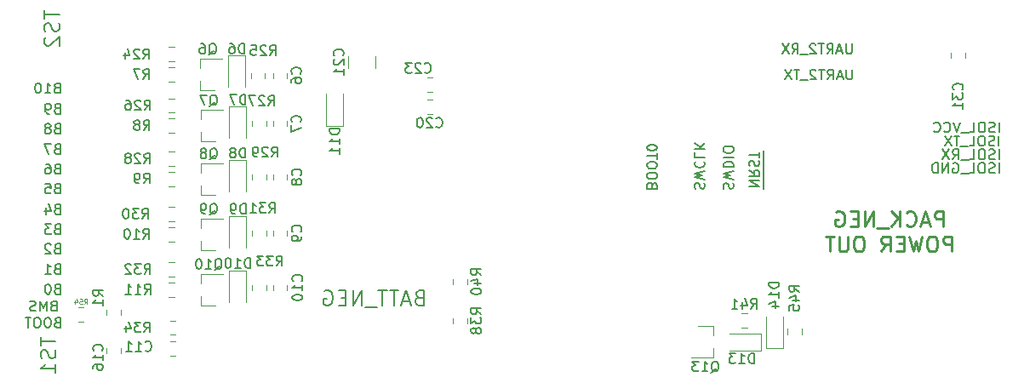
<source format=gbr>
G04 #@! TF.GenerationSoftware,KiCad,Pcbnew,5.1.5-52549c5~84~ubuntu18.04.1*
G04 #@! TF.CreationDate,2020-01-22T13:17:15+02:00*
G04 #@! TF.ProjectId,bms_10s,626d735f-3130-4732-9e6b-696361645f70,rev?*
G04 #@! TF.SameCoordinates,Original*
G04 #@! TF.FileFunction,Legend,Bot*
G04 #@! TF.FilePolarity,Positive*
%FSLAX46Y46*%
G04 Gerber Fmt 4.6, Leading zero omitted, Abs format (unit mm)*
G04 Created by KiCad (PCBNEW 5.1.5-52549c5~84~ubuntu18.04.1) date 2020-01-22 13:17:15*
%MOMM*%
%LPD*%
G04 APERTURE LIST*
%ADD10C,0.250000*%
%ADD11C,0.200000*%
%ADD12C,0.150000*%
%ADD13C,0.120000*%
%ADD14C,0.100000*%
G04 APERTURE END LIST*
D10*
X112746428Y-43703571D02*
X112746428Y-42203571D01*
X112175000Y-42203571D01*
X112032142Y-42275000D01*
X111960714Y-42346428D01*
X111889285Y-42489285D01*
X111889285Y-42703571D01*
X111960714Y-42846428D01*
X112032142Y-42917857D01*
X112175000Y-42989285D01*
X112746428Y-42989285D01*
X111317857Y-43275000D02*
X110603571Y-43275000D01*
X111460714Y-43703571D02*
X110960714Y-42203571D01*
X110460714Y-43703571D01*
X109103571Y-43560714D02*
X109175000Y-43632142D01*
X109389285Y-43703571D01*
X109532142Y-43703571D01*
X109746428Y-43632142D01*
X109889285Y-43489285D01*
X109960714Y-43346428D01*
X110032142Y-43060714D01*
X110032142Y-42846428D01*
X109960714Y-42560714D01*
X109889285Y-42417857D01*
X109746428Y-42275000D01*
X109532142Y-42203571D01*
X109389285Y-42203571D01*
X109175000Y-42275000D01*
X109103571Y-42346428D01*
X108460714Y-43703571D02*
X108460714Y-42203571D01*
X107603571Y-43703571D02*
X108246428Y-42846428D01*
X107603571Y-42203571D02*
X108460714Y-43060714D01*
X107317857Y-43846428D02*
X106175000Y-43846428D01*
X105817857Y-43703571D02*
X105817857Y-42203571D01*
X104960714Y-43703571D01*
X104960714Y-42203571D01*
X104246428Y-42917857D02*
X103746428Y-42917857D01*
X103532142Y-43703571D02*
X104246428Y-43703571D01*
X104246428Y-42203571D01*
X103532142Y-42203571D01*
X102103571Y-42275000D02*
X102246428Y-42203571D01*
X102460714Y-42203571D01*
X102675000Y-42275000D01*
X102817857Y-42417857D01*
X102889285Y-42560714D01*
X102960714Y-42846428D01*
X102960714Y-43060714D01*
X102889285Y-43346428D01*
X102817857Y-43489285D01*
X102675000Y-43632142D01*
X102460714Y-43703571D01*
X102317857Y-43703571D01*
X102103571Y-43632142D01*
X102032142Y-43560714D01*
X102032142Y-43060714D01*
X102317857Y-43060714D01*
X113603571Y-46203571D02*
X113603571Y-44703571D01*
X113032142Y-44703571D01*
X112889285Y-44775000D01*
X112817857Y-44846428D01*
X112746428Y-44989285D01*
X112746428Y-45203571D01*
X112817857Y-45346428D01*
X112889285Y-45417857D01*
X113032142Y-45489285D01*
X113603571Y-45489285D01*
X111817857Y-44703571D02*
X111532142Y-44703571D01*
X111389285Y-44775000D01*
X111246428Y-44917857D01*
X111175000Y-45203571D01*
X111175000Y-45703571D01*
X111246428Y-45989285D01*
X111389285Y-46132142D01*
X111532142Y-46203571D01*
X111817857Y-46203571D01*
X111960714Y-46132142D01*
X112103571Y-45989285D01*
X112175000Y-45703571D01*
X112175000Y-45203571D01*
X112103571Y-44917857D01*
X111960714Y-44775000D01*
X111817857Y-44703571D01*
X110675000Y-44703571D02*
X110317857Y-46203571D01*
X110032142Y-45132142D01*
X109746428Y-46203571D01*
X109389285Y-44703571D01*
X108817857Y-45417857D02*
X108317857Y-45417857D01*
X108103571Y-46203571D02*
X108817857Y-46203571D01*
X108817857Y-44703571D01*
X108103571Y-44703571D01*
X106603571Y-46203571D02*
X107103571Y-45489285D01*
X107460714Y-46203571D02*
X107460714Y-44703571D01*
X106889285Y-44703571D01*
X106746428Y-44775000D01*
X106675000Y-44846428D01*
X106603571Y-44989285D01*
X106603571Y-45203571D01*
X106675000Y-45346428D01*
X106746428Y-45417857D01*
X106889285Y-45489285D01*
X107460714Y-45489285D01*
X104532142Y-44703571D02*
X104246428Y-44703571D01*
X104103571Y-44775000D01*
X103960714Y-44917857D01*
X103889285Y-45203571D01*
X103889285Y-45703571D01*
X103960714Y-45989285D01*
X104103571Y-46132142D01*
X104246428Y-46203571D01*
X104532142Y-46203571D01*
X104675000Y-46132142D01*
X104817857Y-45989285D01*
X104889285Y-45703571D01*
X104889285Y-45203571D01*
X104817857Y-44917857D01*
X104675000Y-44775000D01*
X104532142Y-44703571D01*
X103246428Y-44703571D02*
X103246428Y-45917857D01*
X103175000Y-46060714D01*
X103103571Y-46132142D01*
X102960714Y-46203571D01*
X102675000Y-46203571D01*
X102532142Y-46132142D01*
X102460714Y-46060714D01*
X102389285Y-45917857D01*
X102389285Y-44703571D01*
X101889285Y-44703571D02*
X101032142Y-44703571D01*
X101460714Y-46203571D02*
X101460714Y-44703571D01*
D11*
X60639285Y-50792857D02*
X60425000Y-50864285D01*
X60353571Y-50935714D01*
X60282142Y-51078571D01*
X60282142Y-51292857D01*
X60353571Y-51435714D01*
X60425000Y-51507142D01*
X60567857Y-51578571D01*
X61139285Y-51578571D01*
X61139285Y-50078571D01*
X60639285Y-50078571D01*
X60496428Y-50150000D01*
X60425000Y-50221428D01*
X60353571Y-50364285D01*
X60353571Y-50507142D01*
X60425000Y-50650000D01*
X60496428Y-50721428D01*
X60639285Y-50792857D01*
X61139285Y-50792857D01*
X59710714Y-51150000D02*
X58996428Y-51150000D01*
X59853571Y-51578571D02*
X59353571Y-50078571D01*
X58853571Y-51578571D01*
X58567857Y-50078571D02*
X57710714Y-50078571D01*
X58139285Y-51578571D02*
X58139285Y-50078571D01*
X57425000Y-50078571D02*
X56567857Y-50078571D01*
X56996428Y-51578571D02*
X56996428Y-50078571D01*
X56425000Y-51721428D02*
X55282142Y-51721428D01*
X54925000Y-51578571D02*
X54925000Y-50078571D01*
X54067857Y-51578571D01*
X54067857Y-50078571D01*
X53353571Y-50792857D02*
X52853571Y-50792857D01*
X52639285Y-51578571D02*
X53353571Y-51578571D01*
X53353571Y-50078571D01*
X52639285Y-50078571D01*
X51210714Y-50150000D02*
X51353571Y-50078571D01*
X51567857Y-50078571D01*
X51782142Y-50150000D01*
X51925000Y-50292857D01*
X51996428Y-50435714D01*
X52067857Y-50721428D01*
X52067857Y-50935714D01*
X51996428Y-51221428D01*
X51925000Y-51364285D01*
X51782142Y-51507142D01*
X51567857Y-51578571D01*
X51425000Y-51578571D01*
X51210714Y-51507142D01*
X51139285Y-51435714D01*
X51139285Y-50935714D01*
X51425000Y-50935714D01*
D12*
X24251190Y-51603571D02*
X24108333Y-51651190D01*
X24060714Y-51698809D01*
X24013095Y-51794047D01*
X24013095Y-51936904D01*
X24060714Y-52032142D01*
X24108333Y-52079761D01*
X24203571Y-52127380D01*
X24584523Y-52127380D01*
X24584523Y-51127380D01*
X24251190Y-51127380D01*
X24155952Y-51175000D01*
X24108333Y-51222619D01*
X24060714Y-51317857D01*
X24060714Y-51413095D01*
X24108333Y-51508333D01*
X24155952Y-51555952D01*
X24251190Y-51603571D01*
X24584523Y-51603571D01*
X23584523Y-52127380D02*
X23584523Y-51127380D01*
X23251190Y-51841666D01*
X22917857Y-51127380D01*
X22917857Y-52127380D01*
X22489285Y-52079761D02*
X22346428Y-52127380D01*
X22108333Y-52127380D01*
X22013095Y-52079761D01*
X21965476Y-52032142D01*
X21917857Y-51936904D01*
X21917857Y-51841666D01*
X21965476Y-51746428D01*
X22013095Y-51698809D01*
X22108333Y-51651190D01*
X22298809Y-51603571D01*
X22394047Y-51555952D01*
X22441666Y-51508333D01*
X22489285Y-51413095D01*
X22489285Y-51317857D01*
X22441666Y-51222619D01*
X22394047Y-51175000D01*
X22298809Y-51127380D01*
X22060714Y-51127380D01*
X21917857Y-51175000D01*
X24632142Y-53253571D02*
X24489285Y-53301190D01*
X24441666Y-53348809D01*
X24394047Y-53444047D01*
X24394047Y-53586904D01*
X24441666Y-53682142D01*
X24489285Y-53729761D01*
X24584523Y-53777380D01*
X24965476Y-53777380D01*
X24965476Y-52777380D01*
X24632142Y-52777380D01*
X24536904Y-52825000D01*
X24489285Y-52872619D01*
X24441666Y-52967857D01*
X24441666Y-53063095D01*
X24489285Y-53158333D01*
X24536904Y-53205952D01*
X24632142Y-53253571D01*
X24965476Y-53253571D01*
X23775000Y-52777380D02*
X23584523Y-52777380D01*
X23489285Y-52825000D01*
X23394047Y-52920238D01*
X23346428Y-53110714D01*
X23346428Y-53444047D01*
X23394047Y-53634523D01*
X23489285Y-53729761D01*
X23584523Y-53777380D01*
X23775000Y-53777380D01*
X23870238Y-53729761D01*
X23965476Y-53634523D01*
X24013095Y-53444047D01*
X24013095Y-53110714D01*
X23965476Y-52920238D01*
X23870238Y-52825000D01*
X23775000Y-52777380D01*
X22727380Y-52777380D02*
X22536904Y-52777380D01*
X22441666Y-52825000D01*
X22346428Y-52920238D01*
X22298809Y-53110714D01*
X22298809Y-53444047D01*
X22346428Y-53634523D01*
X22441666Y-53729761D01*
X22536904Y-53777380D01*
X22727380Y-53777380D01*
X22822619Y-53729761D01*
X22917857Y-53634523D01*
X22965476Y-53444047D01*
X22965476Y-53110714D01*
X22917857Y-52920238D01*
X22822619Y-52825000D01*
X22727380Y-52777380D01*
X22013095Y-52777380D02*
X21441666Y-52777380D01*
X21727380Y-53777380D02*
X21727380Y-52777380D01*
D11*
X83821428Y-39633333D02*
X83773809Y-39490476D01*
X83726190Y-39442857D01*
X83630952Y-39395238D01*
X83488095Y-39395238D01*
X83392857Y-39442857D01*
X83345238Y-39490476D01*
X83297619Y-39585714D01*
X83297619Y-39966666D01*
X84297619Y-39966666D01*
X84297619Y-39633333D01*
X84250000Y-39538095D01*
X84202380Y-39490476D01*
X84107142Y-39442857D01*
X84011904Y-39442857D01*
X83916666Y-39490476D01*
X83869047Y-39538095D01*
X83821428Y-39633333D01*
X83821428Y-39966666D01*
X84297619Y-38776190D02*
X84297619Y-38585714D01*
X84250000Y-38490476D01*
X84154761Y-38395238D01*
X83964285Y-38347619D01*
X83630952Y-38347619D01*
X83440476Y-38395238D01*
X83345238Y-38490476D01*
X83297619Y-38585714D01*
X83297619Y-38776190D01*
X83345238Y-38871428D01*
X83440476Y-38966666D01*
X83630952Y-39014285D01*
X83964285Y-39014285D01*
X84154761Y-38966666D01*
X84250000Y-38871428D01*
X84297619Y-38776190D01*
X84297619Y-37728571D02*
X84297619Y-37538095D01*
X84250000Y-37442857D01*
X84154761Y-37347619D01*
X83964285Y-37300000D01*
X83630952Y-37300000D01*
X83440476Y-37347619D01*
X83345238Y-37442857D01*
X83297619Y-37538095D01*
X83297619Y-37728571D01*
X83345238Y-37823809D01*
X83440476Y-37919047D01*
X83630952Y-37966666D01*
X83964285Y-37966666D01*
X84154761Y-37919047D01*
X84250000Y-37823809D01*
X84297619Y-37728571D01*
X84297619Y-37014285D02*
X84297619Y-36442857D01*
X83297619Y-36728571D02*
X84297619Y-36728571D01*
X84297619Y-35919047D02*
X84297619Y-35823809D01*
X84250000Y-35728571D01*
X84202380Y-35680952D01*
X84107142Y-35633333D01*
X83916666Y-35585714D01*
X83678571Y-35585714D01*
X83488095Y-35633333D01*
X83392857Y-35680952D01*
X83345238Y-35728571D01*
X83297619Y-35823809D01*
X83297619Y-35919047D01*
X83345238Y-36014285D01*
X83392857Y-36061904D01*
X83488095Y-36109523D01*
X83678571Y-36157142D01*
X83916666Y-36157142D01*
X84107142Y-36109523D01*
X84202380Y-36061904D01*
X84250000Y-36014285D01*
X84297619Y-35919047D01*
X88095238Y-39961904D02*
X88047619Y-39819047D01*
X88047619Y-39580952D01*
X88095238Y-39485714D01*
X88142857Y-39438095D01*
X88238095Y-39390476D01*
X88333333Y-39390476D01*
X88428571Y-39438095D01*
X88476190Y-39485714D01*
X88523809Y-39580952D01*
X88571428Y-39771428D01*
X88619047Y-39866666D01*
X88666666Y-39914285D01*
X88761904Y-39961904D01*
X88857142Y-39961904D01*
X88952380Y-39914285D01*
X89000000Y-39866666D01*
X89047619Y-39771428D01*
X89047619Y-39533333D01*
X89000000Y-39390476D01*
X89047619Y-39057142D02*
X88047619Y-38819047D01*
X88761904Y-38628571D01*
X88047619Y-38438095D01*
X89047619Y-38200000D01*
X88142857Y-37247619D02*
X88095238Y-37295238D01*
X88047619Y-37438095D01*
X88047619Y-37533333D01*
X88095238Y-37676190D01*
X88190476Y-37771428D01*
X88285714Y-37819047D01*
X88476190Y-37866666D01*
X88619047Y-37866666D01*
X88809523Y-37819047D01*
X88904761Y-37771428D01*
X89000000Y-37676190D01*
X89047619Y-37533333D01*
X89047619Y-37438095D01*
X89000000Y-37295238D01*
X88952380Y-37247619D01*
X88047619Y-36342857D02*
X88047619Y-36819047D01*
X89047619Y-36819047D01*
X88047619Y-36009523D02*
X89047619Y-36009523D01*
X88047619Y-35438095D02*
X88619047Y-35866666D01*
X89047619Y-35438095D02*
X88476190Y-36009523D01*
X90945238Y-39969047D02*
X90897619Y-39826190D01*
X90897619Y-39588095D01*
X90945238Y-39492857D01*
X90992857Y-39445238D01*
X91088095Y-39397619D01*
X91183333Y-39397619D01*
X91278571Y-39445238D01*
X91326190Y-39492857D01*
X91373809Y-39588095D01*
X91421428Y-39778571D01*
X91469047Y-39873809D01*
X91516666Y-39921428D01*
X91611904Y-39969047D01*
X91707142Y-39969047D01*
X91802380Y-39921428D01*
X91850000Y-39873809D01*
X91897619Y-39778571D01*
X91897619Y-39540476D01*
X91850000Y-39397619D01*
X91897619Y-39064285D02*
X90897619Y-38826190D01*
X91611904Y-38635714D01*
X90897619Y-38445238D01*
X91897619Y-38207142D01*
X90897619Y-37826190D02*
X91897619Y-37826190D01*
X91897619Y-37588095D01*
X91850000Y-37445238D01*
X91754761Y-37350000D01*
X91659523Y-37302380D01*
X91469047Y-37254761D01*
X91326190Y-37254761D01*
X91135714Y-37302380D01*
X91040476Y-37350000D01*
X90945238Y-37445238D01*
X90897619Y-37588095D01*
X90897619Y-37826190D01*
X90897619Y-36826190D02*
X91897619Y-36826190D01*
X91897619Y-36159523D02*
X91897619Y-35969047D01*
X91850000Y-35873809D01*
X91754761Y-35778571D01*
X91564285Y-35730952D01*
X91230952Y-35730952D01*
X91040476Y-35778571D01*
X90945238Y-35873809D01*
X90897619Y-35969047D01*
X90897619Y-36159523D01*
X90945238Y-36254761D01*
X91040476Y-36350000D01*
X91230952Y-36397619D01*
X91564285Y-36397619D01*
X91754761Y-36350000D01*
X91850000Y-36254761D01*
X91897619Y-36159523D01*
X94880000Y-39980952D02*
X94880000Y-38933333D01*
X93447619Y-39742857D02*
X94447619Y-39742857D01*
X93447619Y-39171428D01*
X94447619Y-39171428D01*
X94880000Y-38933333D02*
X94880000Y-37933333D01*
X93447619Y-38123809D02*
X93923809Y-38457142D01*
X93447619Y-38695238D02*
X94447619Y-38695238D01*
X94447619Y-38314285D01*
X94400000Y-38219047D01*
X94352380Y-38171428D01*
X94257142Y-38123809D01*
X94114285Y-38123809D01*
X94019047Y-38171428D01*
X93971428Y-38219047D01*
X93923809Y-38314285D01*
X93923809Y-38695238D01*
X94880000Y-37933333D02*
X94880000Y-36980952D01*
X93495238Y-37742857D02*
X93447619Y-37600000D01*
X93447619Y-37361904D01*
X93495238Y-37266666D01*
X93542857Y-37219047D01*
X93638095Y-37171428D01*
X93733333Y-37171428D01*
X93828571Y-37219047D01*
X93876190Y-37266666D01*
X93923809Y-37361904D01*
X93971428Y-37552380D01*
X94019047Y-37647619D01*
X94066666Y-37695238D01*
X94161904Y-37742857D01*
X94257142Y-37742857D01*
X94352380Y-37695238D01*
X94400000Y-37647619D01*
X94447619Y-37552380D01*
X94447619Y-37314285D01*
X94400000Y-37171428D01*
X94880000Y-36980952D02*
X94880000Y-36219047D01*
X94447619Y-36885714D02*
X94447619Y-36314285D01*
X93447619Y-36600000D02*
X94447619Y-36600000D01*
X118309523Y-38402380D02*
X118309523Y-37402380D01*
X117880952Y-38354761D02*
X117738095Y-38402380D01*
X117500000Y-38402380D01*
X117404761Y-38354761D01*
X117357142Y-38307142D01*
X117309523Y-38211904D01*
X117309523Y-38116666D01*
X117357142Y-38021428D01*
X117404761Y-37973809D01*
X117500000Y-37926190D01*
X117690476Y-37878571D01*
X117785714Y-37830952D01*
X117833333Y-37783333D01*
X117880952Y-37688095D01*
X117880952Y-37592857D01*
X117833333Y-37497619D01*
X117785714Y-37450000D01*
X117690476Y-37402380D01*
X117452380Y-37402380D01*
X117309523Y-37450000D01*
X116690476Y-37402380D02*
X116500000Y-37402380D01*
X116404761Y-37450000D01*
X116309523Y-37545238D01*
X116261904Y-37735714D01*
X116261904Y-38069047D01*
X116309523Y-38259523D01*
X116404761Y-38354761D01*
X116500000Y-38402380D01*
X116690476Y-38402380D01*
X116785714Y-38354761D01*
X116880952Y-38259523D01*
X116928571Y-38069047D01*
X116928571Y-37735714D01*
X116880952Y-37545238D01*
X116785714Y-37450000D01*
X116690476Y-37402380D01*
X115357142Y-38402380D02*
X115833333Y-38402380D01*
X115833333Y-37402380D01*
X115261904Y-38497619D02*
X114500000Y-38497619D01*
X113738095Y-37450000D02*
X113833333Y-37402380D01*
X113976190Y-37402380D01*
X114119047Y-37450000D01*
X114214285Y-37545238D01*
X114261904Y-37640476D01*
X114309523Y-37830952D01*
X114309523Y-37973809D01*
X114261904Y-38164285D01*
X114214285Y-38259523D01*
X114119047Y-38354761D01*
X113976190Y-38402380D01*
X113880952Y-38402380D01*
X113738095Y-38354761D01*
X113690476Y-38307142D01*
X113690476Y-37973809D01*
X113880952Y-37973809D01*
X113261904Y-38402380D02*
X113261904Y-37402380D01*
X112690476Y-38402380D01*
X112690476Y-37402380D01*
X112214285Y-38402380D02*
X112214285Y-37402380D01*
X111976190Y-37402380D01*
X111833333Y-37450000D01*
X111738095Y-37545238D01*
X111690476Y-37640476D01*
X111642857Y-37830952D01*
X111642857Y-37973809D01*
X111690476Y-38164285D01*
X111738095Y-38259523D01*
X111833333Y-38354761D01*
X111976190Y-38402380D01*
X112214285Y-38402380D01*
X118311904Y-37052380D02*
X118311904Y-36052380D01*
X117883333Y-37004761D02*
X117740476Y-37052380D01*
X117502380Y-37052380D01*
X117407142Y-37004761D01*
X117359523Y-36957142D01*
X117311904Y-36861904D01*
X117311904Y-36766666D01*
X117359523Y-36671428D01*
X117407142Y-36623809D01*
X117502380Y-36576190D01*
X117692857Y-36528571D01*
X117788095Y-36480952D01*
X117835714Y-36433333D01*
X117883333Y-36338095D01*
X117883333Y-36242857D01*
X117835714Y-36147619D01*
X117788095Y-36100000D01*
X117692857Y-36052380D01*
X117454761Y-36052380D01*
X117311904Y-36100000D01*
X116692857Y-36052380D02*
X116502380Y-36052380D01*
X116407142Y-36100000D01*
X116311904Y-36195238D01*
X116264285Y-36385714D01*
X116264285Y-36719047D01*
X116311904Y-36909523D01*
X116407142Y-37004761D01*
X116502380Y-37052380D01*
X116692857Y-37052380D01*
X116788095Y-37004761D01*
X116883333Y-36909523D01*
X116930952Y-36719047D01*
X116930952Y-36385714D01*
X116883333Y-36195238D01*
X116788095Y-36100000D01*
X116692857Y-36052380D01*
X115359523Y-37052380D02*
X115835714Y-37052380D01*
X115835714Y-36052380D01*
X115264285Y-37147619D02*
X114502380Y-37147619D01*
X113692857Y-37052380D02*
X114026190Y-36576190D01*
X114264285Y-37052380D02*
X114264285Y-36052380D01*
X113883333Y-36052380D01*
X113788095Y-36100000D01*
X113740476Y-36147619D01*
X113692857Y-36242857D01*
X113692857Y-36385714D01*
X113740476Y-36480952D01*
X113788095Y-36528571D01*
X113883333Y-36576190D01*
X114264285Y-36576190D01*
X113359523Y-36052380D02*
X112692857Y-37052380D01*
X112692857Y-36052380D02*
X113359523Y-37052380D01*
X118292857Y-35702380D02*
X118292857Y-34702380D01*
X117864285Y-35654761D02*
X117721428Y-35702380D01*
X117483333Y-35702380D01*
X117388095Y-35654761D01*
X117340476Y-35607142D01*
X117292857Y-35511904D01*
X117292857Y-35416666D01*
X117340476Y-35321428D01*
X117388095Y-35273809D01*
X117483333Y-35226190D01*
X117673809Y-35178571D01*
X117769047Y-35130952D01*
X117816666Y-35083333D01*
X117864285Y-34988095D01*
X117864285Y-34892857D01*
X117816666Y-34797619D01*
X117769047Y-34750000D01*
X117673809Y-34702380D01*
X117435714Y-34702380D01*
X117292857Y-34750000D01*
X116673809Y-34702380D02*
X116483333Y-34702380D01*
X116388095Y-34750000D01*
X116292857Y-34845238D01*
X116245238Y-35035714D01*
X116245238Y-35369047D01*
X116292857Y-35559523D01*
X116388095Y-35654761D01*
X116483333Y-35702380D01*
X116673809Y-35702380D01*
X116769047Y-35654761D01*
X116864285Y-35559523D01*
X116911904Y-35369047D01*
X116911904Y-35035714D01*
X116864285Y-34845238D01*
X116769047Y-34750000D01*
X116673809Y-34702380D01*
X115340476Y-35702380D02*
X115816666Y-35702380D01*
X115816666Y-34702380D01*
X115245238Y-35797619D02*
X114483333Y-35797619D01*
X114388095Y-34702380D02*
X113816666Y-34702380D01*
X114102380Y-35702380D02*
X114102380Y-34702380D01*
X113578571Y-34702380D02*
X112911904Y-35702380D01*
X112911904Y-34702380D02*
X113578571Y-35702380D01*
X118314285Y-34352380D02*
X118314285Y-33352380D01*
X117885714Y-34304761D02*
X117742857Y-34352380D01*
X117504761Y-34352380D01*
X117409523Y-34304761D01*
X117361904Y-34257142D01*
X117314285Y-34161904D01*
X117314285Y-34066666D01*
X117361904Y-33971428D01*
X117409523Y-33923809D01*
X117504761Y-33876190D01*
X117695238Y-33828571D01*
X117790476Y-33780952D01*
X117838095Y-33733333D01*
X117885714Y-33638095D01*
X117885714Y-33542857D01*
X117838095Y-33447619D01*
X117790476Y-33400000D01*
X117695238Y-33352380D01*
X117457142Y-33352380D01*
X117314285Y-33400000D01*
X116695238Y-33352380D02*
X116504761Y-33352380D01*
X116409523Y-33400000D01*
X116314285Y-33495238D01*
X116266666Y-33685714D01*
X116266666Y-34019047D01*
X116314285Y-34209523D01*
X116409523Y-34304761D01*
X116504761Y-34352380D01*
X116695238Y-34352380D01*
X116790476Y-34304761D01*
X116885714Y-34209523D01*
X116933333Y-34019047D01*
X116933333Y-33685714D01*
X116885714Y-33495238D01*
X116790476Y-33400000D01*
X116695238Y-33352380D01*
X115361904Y-34352380D02*
X115838095Y-34352380D01*
X115838095Y-33352380D01*
X115266666Y-34447619D02*
X114504761Y-34447619D01*
X114409523Y-33352380D02*
X114076190Y-34352380D01*
X113742857Y-33352380D01*
X112838095Y-34257142D02*
X112885714Y-34304761D01*
X113028571Y-34352380D01*
X113123809Y-34352380D01*
X113266666Y-34304761D01*
X113361904Y-34209523D01*
X113409523Y-34114285D01*
X113457142Y-33923809D01*
X113457142Y-33780952D01*
X113409523Y-33590476D01*
X113361904Y-33495238D01*
X113266666Y-33400000D01*
X113123809Y-33352380D01*
X113028571Y-33352380D01*
X112885714Y-33400000D01*
X112838095Y-33447619D01*
X111838095Y-34257142D02*
X111885714Y-34304761D01*
X112028571Y-34352380D01*
X112123809Y-34352380D01*
X112266666Y-34304761D01*
X112361904Y-34209523D01*
X112409523Y-34114285D01*
X112457142Y-33923809D01*
X112457142Y-33780952D01*
X112409523Y-33590476D01*
X112361904Y-33495238D01*
X112266666Y-33400000D01*
X112123809Y-33352380D01*
X112028571Y-33352380D01*
X111885714Y-33400000D01*
X111838095Y-33447619D01*
X103709523Y-28102380D02*
X103709523Y-28911904D01*
X103661904Y-29007142D01*
X103614285Y-29054761D01*
X103519047Y-29102380D01*
X103328571Y-29102380D01*
X103233333Y-29054761D01*
X103185714Y-29007142D01*
X103138095Y-28911904D01*
X103138095Y-28102380D01*
X102709523Y-28816666D02*
X102233333Y-28816666D01*
X102804761Y-29102380D02*
X102471428Y-28102380D01*
X102138095Y-29102380D01*
X101233333Y-29102380D02*
X101566666Y-28626190D01*
X101804761Y-29102380D02*
X101804761Y-28102380D01*
X101423809Y-28102380D01*
X101328571Y-28150000D01*
X101280952Y-28197619D01*
X101233333Y-28292857D01*
X101233333Y-28435714D01*
X101280952Y-28530952D01*
X101328571Y-28578571D01*
X101423809Y-28626190D01*
X101804761Y-28626190D01*
X100947619Y-28102380D02*
X100376190Y-28102380D01*
X100661904Y-29102380D02*
X100661904Y-28102380D01*
X100090476Y-28197619D02*
X100042857Y-28150000D01*
X99947619Y-28102380D01*
X99709523Y-28102380D01*
X99614285Y-28150000D01*
X99566666Y-28197619D01*
X99519047Y-28292857D01*
X99519047Y-28388095D01*
X99566666Y-28530952D01*
X100138095Y-29102380D01*
X99519047Y-29102380D01*
X99328571Y-29197619D02*
X98566666Y-29197619D01*
X98471428Y-28102380D02*
X97900000Y-28102380D01*
X98185714Y-29102380D02*
X98185714Y-28102380D01*
X97661904Y-28102380D02*
X96995238Y-29102380D01*
X96995238Y-28102380D02*
X97661904Y-29102380D01*
X103678571Y-25552380D02*
X103678571Y-26361904D01*
X103630952Y-26457142D01*
X103583333Y-26504761D01*
X103488095Y-26552380D01*
X103297619Y-26552380D01*
X103202380Y-26504761D01*
X103154761Y-26457142D01*
X103107142Y-26361904D01*
X103107142Y-25552380D01*
X102678571Y-26266666D02*
X102202380Y-26266666D01*
X102773809Y-26552380D02*
X102440476Y-25552380D01*
X102107142Y-26552380D01*
X101202380Y-26552380D02*
X101535714Y-26076190D01*
X101773809Y-26552380D02*
X101773809Y-25552380D01*
X101392857Y-25552380D01*
X101297619Y-25600000D01*
X101250000Y-25647619D01*
X101202380Y-25742857D01*
X101202380Y-25885714D01*
X101250000Y-25980952D01*
X101297619Y-26028571D01*
X101392857Y-26076190D01*
X101773809Y-26076190D01*
X100916666Y-25552380D02*
X100345238Y-25552380D01*
X100630952Y-26552380D02*
X100630952Y-25552380D01*
X100059523Y-25647619D02*
X100011904Y-25600000D01*
X99916666Y-25552380D01*
X99678571Y-25552380D01*
X99583333Y-25600000D01*
X99535714Y-25647619D01*
X99488095Y-25742857D01*
X99488095Y-25838095D01*
X99535714Y-25980952D01*
X100107142Y-26552380D01*
X99488095Y-26552380D01*
X99297619Y-26647619D02*
X98535714Y-26647619D01*
X97726190Y-26552380D02*
X98059523Y-26076190D01*
X98297619Y-26552380D02*
X98297619Y-25552380D01*
X97916666Y-25552380D01*
X97821428Y-25600000D01*
X97773809Y-25647619D01*
X97726190Y-25742857D01*
X97726190Y-25885714D01*
X97773809Y-25980952D01*
X97821428Y-26028571D01*
X97916666Y-26076190D01*
X98297619Y-26076190D01*
X97392857Y-25552380D02*
X96726190Y-26552380D01*
X96726190Y-25552380D02*
X97392857Y-26552380D01*
X24580952Y-29928571D02*
X24438095Y-29976190D01*
X24390476Y-30023809D01*
X24342857Y-30119047D01*
X24342857Y-30261904D01*
X24390476Y-30357142D01*
X24438095Y-30404761D01*
X24533333Y-30452380D01*
X24914285Y-30452380D01*
X24914285Y-29452380D01*
X24580952Y-29452380D01*
X24485714Y-29500000D01*
X24438095Y-29547619D01*
X24390476Y-29642857D01*
X24390476Y-29738095D01*
X24438095Y-29833333D01*
X24485714Y-29880952D01*
X24580952Y-29928571D01*
X24914285Y-29928571D01*
X23390476Y-30452380D02*
X23961904Y-30452380D01*
X23676190Y-30452380D02*
X23676190Y-29452380D01*
X23771428Y-29595238D01*
X23866666Y-29690476D01*
X23961904Y-29738095D01*
X22771428Y-29452380D02*
X22676190Y-29452380D01*
X22580952Y-29500000D01*
X22533333Y-29547619D01*
X22485714Y-29642857D01*
X22438095Y-29833333D01*
X22438095Y-30071428D01*
X22485714Y-30261904D01*
X22533333Y-30357142D01*
X22580952Y-30404761D01*
X22676190Y-30452380D01*
X22771428Y-30452380D01*
X22866666Y-30404761D01*
X22914285Y-30357142D01*
X22961904Y-30261904D01*
X23009523Y-30071428D01*
X23009523Y-29833333D01*
X22961904Y-29642857D01*
X22914285Y-29547619D01*
X22866666Y-29500000D01*
X22771428Y-29452380D01*
X24604761Y-31978571D02*
X24461904Y-32026190D01*
X24414285Y-32073809D01*
X24366666Y-32169047D01*
X24366666Y-32311904D01*
X24414285Y-32407142D01*
X24461904Y-32454761D01*
X24557142Y-32502380D01*
X24938095Y-32502380D01*
X24938095Y-31502380D01*
X24604761Y-31502380D01*
X24509523Y-31550000D01*
X24461904Y-31597619D01*
X24414285Y-31692857D01*
X24414285Y-31788095D01*
X24461904Y-31883333D01*
X24509523Y-31930952D01*
X24604761Y-31978571D01*
X24938095Y-31978571D01*
X23890476Y-32502380D02*
X23700000Y-32502380D01*
X23604761Y-32454761D01*
X23557142Y-32407142D01*
X23461904Y-32264285D01*
X23414285Y-32073809D01*
X23414285Y-31692857D01*
X23461904Y-31597619D01*
X23509523Y-31550000D01*
X23604761Y-31502380D01*
X23795238Y-31502380D01*
X23890476Y-31550000D01*
X23938095Y-31597619D01*
X23985714Y-31692857D01*
X23985714Y-31930952D01*
X23938095Y-32026190D01*
X23890476Y-32073809D01*
X23795238Y-32121428D01*
X23604761Y-32121428D01*
X23509523Y-32073809D01*
X23461904Y-32026190D01*
X23414285Y-31930952D01*
X24604761Y-33978571D02*
X24461904Y-34026190D01*
X24414285Y-34073809D01*
X24366666Y-34169047D01*
X24366666Y-34311904D01*
X24414285Y-34407142D01*
X24461904Y-34454761D01*
X24557142Y-34502380D01*
X24938095Y-34502380D01*
X24938095Y-33502380D01*
X24604761Y-33502380D01*
X24509523Y-33550000D01*
X24461904Y-33597619D01*
X24414285Y-33692857D01*
X24414285Y-33788095D01*
X24461904Y-33883333D01*
X24509523Y-33930952D01*
X24604761Y-33978571D01*
X24938095Y-33978571D01*
X23795238Y-33930952D02*
X23890476Y-33883333D01*
X23938095Y-33835714D01*
X23985714Y-33740476D01*
X23985714Y-33692857D01*
X23938095Y-33597619D01*
X23890476Y-33550000D01*
X23795238Y-33502380D01*
X23604761Y-33502380D01*
X23509523Y-33550000D01*
X23461904Y-33597619D01*
X23414285Y-33692857D01*
X23414285Y-33740476D01*
X23461904Y-33835714D01*
X23509523Y-33883333D01*
X23604761Y-33930952D01*
X23795238Y-33930952D01*
X23890476Y-33978571D01*
X23938095Y-34026190D01*
X23985714Y-34121428D01*
X23985714Y-34311904D01*
X23938095Y-34407142D01*
X23890476Y-34454761D01*
X23795238Y-34502380D01*
X23604761Y-34502380D01*
X23509523Y-34454761D01*
X23461904Y-34407142D01*
X23414285Y-34311904D01*
X23414285Y-34121428D01*
X23461904Y-34026190D01*
X23509523Y-33978571D01*
X23604761Y-33930952D01*
X24604761Y-35978571D02*
X24461904Y-36026190D01*
X24414285Y-36073809D01*
X24366666Y-36169047D01*
X24366666Y-36311904D01*
X24414285Y-36407142D01*
X24461904Y-36454761D01*
X24557142Y-36502380D01*
X24938095Y-36502380D01*
X24938095Y-35502380D01*
X24604761Y-35502380D01*
X24509523Y-35550000D01*
X24461904Y-35597619D01*
X24414285Y-35692857D01*
X24414285Y-35788095D01*
X24461904Y-35883333D01*
X24509523Y-35930952D01*
X24604761Y-35978571D01*
X24938095Y-35978571D01*
X24033333Y-35502380D02*
X23366666Y-35502380D01*
X23795238Y-36502380D01*
X24604761Y-37978571D02*
X24461904Y-38026190D01*
X24414285Y-38073809D01*
X24366666Y-38169047D01*
X24366666Y-38311904D01*
X24414285Y-38407142D01*
X24461904Y-38454761D01*
X24557142Y-38502380D01*
X24938095Y-38502380D01*
X24938095Y-37502380D01*
X24604761Y-37502380D01*
X24509523Y-37550000D01*
X24461904Y-37597619D01*
X24414285Y-37692857D01*
X24414285Y-37788095D01*
X24461904Y-37883333D01*
X24509523Y-37930952D01*
X24604761Y-37978571D01*
X24938095Y-37978571D01*
X23509523Y-37502380D02*
X23700000Y-37502380D01*
X23795238Y-37550000D01*
X23842857Y-37597619D01*
X23938095Y-37740476D01*
X23985714Y-37930952D01*
X23985714Y-38311904D01*
X23938095Y-38407142D01*
X23890476Y-38454761D01*
X23795238Y-38502380D01*
X23604761Y-38502380D01*
X23509523Y-38454761D01*
X23461904Y-38407142D01*
X23414285Y-38311904D01*
X23414285Y-38073809D01*
X23461904Y-37978571D01*
X23509523Y-37930952D01*
X23604761Y-37883333D01*
X23795238Y-37883333D01*
X23890476Y-37930952D01*
X23938095Y-37978571D01*
X23985714Y-38073809D01*
X24604761Y-39928571D02*
X24461904Y-39976190D01*
X24414285Y-40023809D01*
X24366666Y-40119047D01*
X24366666Y-40261904D01*
X24414285Y-40357142D01*
X24461904Y-40404761D01*
X24557142Y-40452380D01*
X24938095Y-40452380D01*
X24938095Y-39452380D01*
X24604761Y-39452380D01*
X24509523Y-39500000D01*
X24461904Y-39547619D01*
X24414285Y-39642857D01*
X24414285Y-39738095D01*
X24461904Y-39833333D01*
X24509523Y-39880952D01*
X24604761Y-39928571D01*
X24938095Y-39928571D01*
X23461904Y-39452380D02*
X23938095Y-39452380D01*
X23985714Y-39928571D01*
X23938095Y-39880952D01*
X23842857Y-39833333D01*
X23604761Y-39833333D01*
X23509523Y-39880952D01*
X23461904Y-39928571D01*
X23414285Y-40023809D01*
X23414285Y-40261904D01*
X23461904Y-40357142D01*
X23509523Y-40404761D01*
X23604761Y-40452380D01*
X23842857Y-40452380D01*
X23938095Y-40404761D01*
X23985714Y-40357142D01*
X24604761Y-41978571D02*
X24461904Y-42026190D01*
X24414285Y-42073809D01*
X24366666Y-42169047D01*
X24366666Y-42311904D01*
X24414285Y-42407142D01*
X24461904Y-42454761D01*
X24557142Y-42502380D01*
X24938095Y-42502380D01*
X24938095Y-41502380D01*
X24604761Y-41502380D01*
X24509523Y-41550000D01*
X24461904Y-41597619D01*
X24414285Y-41692857D01*
X24414285Y-41788095D01*
X24461904Y-41883333D01*
X24509523Y-41930952D01*
X24604761Y-41978571D01*
X24938095Y-41978571D01*
X23509523Y-41835714D02*
X23509523Y-42502380D01*
X23747619Y-41454761D02*
X23985714Y-42169047D01*
X23366666Y-42169047D01*
X24604761Y-43978571D02*
X24461904Y-44026190D01*
X24414285Y-44073809D01*
X24366666Y-44169047D01*
X24366666Y-44311904D01*
X24414285Y-44407142D01*
X24461904Y-44454761D01*
X24557142Y-44502380D01*
X24938095Y-44502380D01*
X24938095Y-43502380D01*
X24604761Y-43502380D01*
X24509523Y-43550000D01*
X24461904Y-43597619D01*
X24414285Y-43692857D01*
X24414285Y-43788095D01*
X24461904Y-43883333D01*
X24509523Y-43930952D01*
X24604761Y-43978571D01*
X24938095Y-43978571D01*
X24033333Y-43502380D02*
X23414285Y-43502380D01*
X23747619Y-43883333D01*
X23604761Y-43883333D01*
X23509523Y-43930952D01*
X23461904Y-43978571D01*
X23414285Y-44073809D01*
X23414285Y-44311904D01*
X23461904Y-44407142D01*
X23509523Y-44454761D01*
X23604761Y-44502380D01*
X23890476Y-44502380D01*
X23985714Y-44454761D01*
X24033333Y-44407142D01*
X24604761Y-45928571D02*
X24461904Y-45976190D01*
X24414285Y-46023809D01*
X24366666Y-46119047D01*
X24366666Y-46261904D01*
X24414285Y-46357142D01*
X24461904Y-46404761D01*
X24557142Y-46452380D01*
X24938095Y-46452380D01*
X24938095Y-45452380D01*
X24604761Y-45452380D01*
X24509523Y-45500000D01*
X24461904Y-45547619D01*
X24414285Y-45642857D01*
X24414285Y-45738095D01*
X24461904Y-45833333D01*
X24509523Y-45880952D01*
X24604761Y-45928571D01*
X24938095Y-45928571D01*
X23985714Y-45547619D02*
X23938095Y-45500000D01*
X23842857Y-45452380D01*
X23604761Y-45452380D01*
X23509523Y-45500000D01*
X23461904Y-45547619D01*
X23414285Y-45642857D01*
X23414285Y-45738095D01*
X23461904Y-45880952D01*
X24033333Y-46452380D01*
X23414285Y-46452380D01*
X24604761Y-47928571D02*
X24461904Y-47976190D01*
X24414285Y-48023809D01*
X24366666Y-48119047D01*
X24366666Y-48261904D01*
X24414285Y-48357142D01*
X24461904Y-48404761D01*
X24557142Y-48452380D01*
X24938095Y-48452380D01*
X24938095Y-47452380D01*
X24604761Y-47452380D01*
X24509523Y-47500000D01*
X24461904Y-47547619D01*
X24414285Y-47642857D01*
X24414285Y-47738095D01*
X24461904Y-47833333D01*
X24509523Y-47880952D01*
X24604761Y-47928571D01*
X24938095Y-47928571D01*
X23414285Y-48452380D02*
X23985714Y-48452380D01*
X23700000Y-48452380D02*
X23700000Y-47452380D01*
X23795238Y-47595238D01*
X23890476Y-47690476D01*
X23985714Y-47738095D01*
X24604761Y-49928571D02*
X24461904Y-49976190D01*
X24414285Y-50023809D01*
X24366666Y-50119047D01*
X24366666Y-50261904D01*
X24414285Y-50357142D01*
X24461904Y-50404761D01*
X24557142Y-50452380D01*
X24938095Y-50452380D01*
X24938095Y-49452380D01*
X24604761Y-49452380D01*
X24509523Y-49500000D01*
X24461904Y-49547619D01*
X24414285Y-49642857D01*
X24414285Y-49738095D01*
X24461904Y-49833333D01*
X24509523Y-49880952D01*
X24604761Y-49928571D01*
X24938095Y-49928571D01*
X23747619Y-49452380D02*
X23652380Y-49452380D01*
X23557142Y-49500000D01*
X23509523Y-49547619D01*
X23461904Y-49642857D01*
X23414285Y-49833333D01*
X23414285Y-50071428D01*
X23461904Y-50261904D01*
X23509523Y-50357142D01*
X23557142Y-50404761D01*
X23652380Y-50452380D01*
X23747619Y-50452380D01*
X23842857Y-50404761D01*
X23890476Y-50357142D01*
X23938095Y-50261904D01*
X23985714Y-50071428D01*
X23985714Y-49833333D01*
X23938095Y-49642857D01*
X23890476Y-49547619D01*
X23842857Y-49500000D01*
X23747619Y-49452380D01*
X23328571Y-22192857D02*
X23328571Y-23050000D01*
X24828571Y-22621428D02*
X23328571Y-22621428D01*
X24757142Y-23478571D02*
X24828571Y-23692857D01*
X24828571Y-24050000D01*
X24757142Y-24192857D01*
X24685714Y-24264285D01*
X24542857Y-24335714D01*
X24400000Y-24335714D01*
X24257142Y-24264285D01*
X24185714Y-24192857D01*
X24114285Y-24050000D01*
X24042857Y-23764285D01*
X23971428Y-23621428D01*
X23900000Y-23550000D01*
X23757142Y-23478571D01*
X23614285Y-23478571D01*
X23471428Y-23550000D01*
X23400000Y-23621428D01*
X23328571Y-23764285D01*
X23328571Y-24121428D01*
X23400000Y-24335714D01*
X23471428Y-24907142D02*
X23400000Y-24978571D01*
X23328571Y-25121428D01*
X23328571Y-25478571D01*
X23400000Y-25621428D01*
X23471428Y-25692857D01*
X23614285Y-25764285D01*
X23757142Y-25764285D01*
X23971428Y-25692857D01*
X24828571Y-24835714D01*
X24828571Y-25764285D01*
X22978571Y-54717857D02*
X22978571Y-55575000D01*
X24478571Y-55146428D02*
X22978571Y-55146428D01*
X24407142Y-56003571D02*
X24478571Y-56217857D01*
X24478571Y-56575000D01*
X24407142Y-56717857D01*
X24335714Y-56789285D01*
X24192857Y-56860714D01*
X24050000Y-56860714D01*
X23907142Y-56789285D01*
X23835714Y-56717857D01*
X23764285Y-56575000D01*
X23692857Y-56289285D01*
X23621428Y-56146428D01*
X23550000Y-56075000D01*
X23407142Y-56003571D01*
X23264285Y-56003571D01*
X23121428Y-56075000D01*
X23050000Y-56146428D01*
X22978571Y-56289285D01*
X22978571Y-56646428D01*
X23050000Y-56860714D01*
X24478571Y-58289285D02*
X24478571Y-57432142D01*
X24478571Y-57860714D02*
X22978571Y-57860714D01*
X23192857Y-57717857D01*
X23335714Y-57575000D01*
X23407142Y-57432142D01*
D13*
X30985000Y-55813748D02*
X30985000Y-56336252D01*
X29565000Y-55813748D02*
X29565000Y-56336252D01*
X53100000Y-33700000D02*
X53100000Y-30550000D01*
X51400000Y-33700000D02*
X51400000Y-30550000D01*
X53100000Y-33700000D02*
X51400000Y-33700000D01*
X53590000Y-26747936D02*
X53590000Y-27952064D01*
X56310000Y-26747936D02*
X56310000Y-27952064D01*
X47510000Y-28438748D02*
X47510000Y-28961252D01*
X46090000Y-28438748D02*
X46090000Y-28961252D01*
X47510000Y-33238748D02*
X47510000Y-33761252D01*
X46090000Y-33238748D02*
X46090000Y-33761252D01*
X46090000Y-38538748D02*
X46090000Y-39061252D01*
X47510000Y-38538748D02*
X47510000Y-39061252D01*
X47510000Y-44138748D02*
X47510000Y-44661252D01*
X46090000Y-44138748D02*
X46090000Y-44661252D01*
X46090000Y-49538748D02*
X46090000Y-50061252D01*
X47510000Y-49538748D02*
X47510000Y-50061252D01*
X36361252Y-56610000D02*
X35838748Y-56610000D01*
X36361252Y-55190000D02*
X35838748Y-55190000D01*
X61413748Y-32510000D02*
X61936252Y-32510000D01*
X61413748Y-31090000D02*
X61936252Y-31090000D01*
X61413748Y-30310000D02*
X61936252Y-30310000D01*
X61413748Y-28890000D02*
X61936252Y-28890000D01*
X114960000Y-26463748D02*
X114960000Y-26986252D01*
X113540000Y-26463748D02*
X113540000Y-26986252D01*
X41650000Y-26700000D02*
X43350000Y-26700000D01*
X43350000Y-26700000D02*
X43350000Y-29850000D01*
X41650000Y-26700000D02*
X41650000Y-29850000D01*
X41750000Y-31800000D02*
X41750000Y-34950000D01*
X43450000Y-31800000D02*
X43450000Y-34950000D01*
X41750000Y-31800000D02*
X43450000Y-31800000D01*
X41750000Y-37100000D02*
X41750000Y-40250000D01*
X43450000Y-37100000D02*
X43450000Y-40250000D01*
X41750000Y-37100000D02*
X43450000Y-37100000D01*
X41750000Y-42700000D02*
X41750000Y-45850000D01*
X43450000Y-42700000D02*
X43450000Y-45850000D01*
X41750000Y-42700000D02*
X43450000Y-42700000D01*
X41750000Y-48100000D02*
X41750000Y-51250000D01*
X43450000Y-48100000D02*
X43450000Y-51250000D01*
X41750000Y-48100000D02*
X43450000Y-48100000D01*
X94650000Y-54350000D02*
X94650000Y-56050000D01*
X94650000Y-56050000D02*
X91500000Y-56050000D01*
X94650000Y-54350000D02*
X91500000Y-54350000D01*
X96850000Y-55850000D02*
X95150000Y-55850000D01*
X95150000Y-55850000D02*
X95150000Y-52700000D01*
X96850000Y-55850000D02*
X96850000Y-52700000D01*
X38840000Y-30180000D02*
X40300000Y-30180000D01*
X38840000Y-27020000D02*
X41000000Y-27020000D01*
X38840000Y-27020000D02*
X38840000Y-27950000D01*
X38840000Y-30180000D02*
X38840000Y-29250000D01*
X38940000Y-35280000D02*
X38940000Y-34350000D01*
X38940000Y-32120000D02*
X38940000Y-33050000D01*
X38940000Y-32120000D02*
X41100000Y-32120000D01*
X38940000Y-35280000D02*
X40400000Y-35280000D01*
X89860000Y-53620000D02*
X88400000Y-53620000D01*
X89860000Y-56780000D02*
X87700000Y-56780000D01*
X89860000Y-56780000D02*
X89860000Y-55850000D01*
X89860000Y-53620000D02*
X89860000Y-54550000D01*
X30985000Y-52536252D02*
X30985000Y-52013748D01*
X29565000Y-52536252D02*
X29565000Y-52013748D01*
X36261252Y-27310000D02*
X35738748Y-27310000D01*
X36261252Y-25890000D02*
X35738748Y-25890000D01*
X45310000Y-28986252D02*
X45310000Y-28463748D01*
X43890000Y-28986252D02*
X43890000Y-28463748D01*
X36261252Y-32410000D02*
X35738748Y-32410000D01*
X36261252Y-30990000D02*
X35738748Y-30990000D01*
X45410000Y-33761252D02*
X45410000Y-33238748D01*
X43990000Y-33761252D02*
X43990000Y-33238748D01*
X36261252Y-36290000D02*
X35738748Y-36290000D01*
X36261252Y-37710000D02*
X35738748Y-37710000D01*
X43990000Y-39061252D02*
X43990000Y-38538748D01*
X45410000Y-39061252D02*
X45410000Y-38538748D01*
X36261252Y-41790000D02*
X35738748Y-41790000D01*
X36261252Y-43210000D02*
X35738748Y-43210000D01*
X45410000Y-44661252D02*
X45410000Y-44138748D01*
X43990000Y-44661252D02*
X43990000Y-44138748D01*
X36261252Y-48710000D02*
X35738748Y-48710000D01*
X36261252Y-47290000D02*
X35738748Y-47290000D01*
X43990000Y-50061252D02*
X43990000Y-49538748D01*
X45410000Y-50061252D02*
X45410000Y-49538748D01*
X36361252Y-54510000D02*
X35838748Y-54510000D01*
X36361252Y-53090000D02*
X35838748Y-53090000D01*
X65410000Y-53361252D02*
X65410000Y-52838748D01*
X63990000Y-53361252D02*
X63990000Y-52838748D01*
X63990000Y-49461252D02*
X63990000Y-48938748D01*
X65410000Y-49461252D02*
X65410000Y-48938748D01*
X93236252Y-52390000D02*
X92713748Y-52390000D01*
X93236252Y-53810000D02*
X92713748Y-53810000D01*
X97290000Y-53913748D02*
X97290000Y-54436252D01*
X98710000Y-53913748D02*
X98710000Y-54436252D01*
X35738748Y-27890000D02*
X36261252Y-27890000D01*
X35738748Y-29310000D02*
X36261252Y-29310000D01*
X35738748Y-34410000D02*
X36261252Y-34410000D01*
X35738748Y-32990000D02*
X36261252Y-32990000D01*
X35738748Y-39710000D02*
X36261252Y-39710000D01*
X35738748Y-38290000D02*
X36261252Y-38290000D01*
X35738748Y-43790000D02*
X36261252Y-43790000D01*
X35738748Y-45210000D02*
X36261252Y-45210000D01*
X35738748Y-49290000D02*
X36261252Y-49290000D01*
X35738748Y-50710000D02*
X36261252Y-50710000D01*
X38940000Y-40580000D02*
X38940000Y-39650000D01*
X38940000Y-37420000D02*
X38940000Y-38350000D01*
X38940000Y-37420000D02*
X41100000Y-37420000D01*
X38940000Y-40580000D02*
X40400000Y-40580000D01*
X38940000Y-46080000D02*
X40400000Y-46080000D01*
X38940000Y-42920000D02*
X41100000Y-42920000D01*
X38940000Y-42920000D02*
X38940000Y-43850000D01*
X38940000Y-46080000D02*
X38940000Y-45150000D01*
X38940000Y-51580000D02*
X38940000Y-50650000D01*
X38940000Y-48420000D02*
X38940000Y-49350000D01*
X38940000Y-48420000D02*
X41100000Y-48420000D01*
X38940000Y-51580000D02*
X40400000Y-51580000D01*
X27261252Y-51790000D02*
X26738748Y-51790000D01*
X27261252Y-53210000D02*
X26738748Y-53210000D01*
D12*
X29082142Y-56082142D02*
X29129761Y-56034523D01*
X29177380Y-55891666D01*
X29177380Y-55796428D01*
X29129761Y-55653571D01*
X29034523Y-55558333D01*
X28939285Y-55510714D01*
X28748809Y-55463095D01*
X28605952Y-55463095D01*
X28415476Y-55510714D01*
X28320238Y-55558333D01*
X28225000Y-55653571D01*
X28177380Y-55796428D01*
X28177380Y-55891666D01*
X28225000Y-56034523D01*
X28272619Y-56082142D01*
X29177380Y-57034523D02*
X29177380Y-56463095D01*
X29177380Y-56748809D02*
X28177380Y-56748809D01*
X28320238Y-56653571D01*
X28415476Y-56558333D01*
X28463095Y-56463095D01*
X28177380Y-57891666D02*
X28177380Y-57701190D01*
X28225000Y-57605952D01*
X28272619Y-57558333D01*
X28415476Y-57463095D01*
X28605952Y-57415476D01*
X28986904Y-57415476D01*
X29082142Y-57463095D01*
X29129761Y-57510714D01*
X29177380Y-57605952D01*
X29177380Y-57796428D01*
X29129761Y-57891666D01*
X29082142Y-57939285D01*
X28986904Y-57986904D01*
X28748809Y-57986904D01*
X28653571Y-57939285D01*
X28605952Y-57891666D01*
X28558333Y-57796428D01*
X28558333Y-57605952D01*
X28605952Y-57510714D01*
X28653571Y-57463095D01*
X28748809Y-57415476D01*
X52702380Y-34015714D02*
X51702380Y-34015714D01*
X51702380Y-34253809D01*
X51750000Y-34396666D01*
X51845238Y-34491904D01*
X51940476Y-34539523D01*
X52130952Y-34587142D01*
X52273809Y-34587142D01*
X52464285Y-34539523D01*
X52559523Y-34491904D01*
X52654761Y-34396666D01*
X52702380Y-34253809D01*
X52702380Y-34015714D01*
X52702380Y-35539523D02*
X52702380Y-34968095D01*
X52702380Y-35253809D02*
X51702380Y-35253809D01*
X51845238Y-35158571D01*
X51940476Y-35063333D01*
X51988095Y-34968095D01*
X52702380Y-36491904D02*
X52702380Y-35920476D01*
X52702380Y-36206190D02*
X51702380Y-36206190D01*
X51845238Y-36110952D01*
X51940476Y-36015714D01*
X51988095Y-35920476D01*
X53027142Y-26707142D02*
X53074761Y-26659523D01*
X53122380Y-26516666D01*
X53122380Y-26421428D01*
X53074761Y-26278571D01*
X52979523Y-26183333D01*
X52884285Y-26135714D01*
X52693809Y-26088095D01*
X52550952Y-26088095D01*
X52360476Y-26135714D01*
X52265238Y-26183333D01*
X52170000Y-26278571D01*
X52122380Y-26421428D01*
X52122380Y-26516666D01*
X52170000Y-26659523D01*
X52217619Y-26707142D01*
X52217619Y-27088095D02*
X52170000Y-27135714D01*
X52122380Y-27230952D01*
X52122380Y-27469047D01*
X52170000Y-27564285D01*
X52217619Y-27611904D01*
X52312857Y-27659523D01*
X52408095Y-27659523D01*
X52550952Y-27611904D01*
X53122380Y-27040476D01*
X53122380Y-27659523D01*
X53122380Y-28611904D02*
X53122380Y-28040476D01*
X53122380Y-28326190D02*
X52122380Y-28326190D01*
X52265238Y-28230952D01*
X52360476Y-28135714D01*
X52408095Y-28040476D01*
X48807142Y-28523333D02*
X48854761Y-28475714D01*
X48902380Y-28332857D01*
X48902380Y-28237619D01*
X48854761Y-28094761D01*
X48759523Y-27999523D01*
X48664285Y-27951904D01*
X48473809Y-27904285D01*
X48330952Y-27904285D01*
X48140476Y-27951904D01*
X48045238Y-27999523D01*
X47950000Y-28094761D01*
X47902380Y-28237619D01*
X47902380Y-28332857D01*
X47950000Y-28475714D01*
X47997619Y-28523333D01*
X47902380Y-29380476D02*
X47902380Y-29190000D01*
X47950000Y-29094761D01*
X47997619Y-29047142D01*
X48140476Y-28951904D01*
X48330952Y-28904285D01*
X48711904Y-28904285D01*
X48807142Y-28951904D01*
X48854761Y-28999523D01*
X48902380Y-29094761D01*
X48902380Y-29285238D01*
X48854761Y-29380476D01*
X48807142Y-29428095D01*
X48711904Y-29475714D01*
X48473809Y-29475714D01*
X48378571Y-29428095D01*
X48330952Y-29380476D01*
X48283333Y-29285238D01*
X48283333Y-29094761D01*
X48330952Y-28999523D01*
X48378571Y-28951904D01*
X48473809Y-28904285D01*
X48817142Y-33333333D02*
X48864761Y-33285714D01*
X48912380Y-33142857D01*
X48912380Y-33047619D01*
X48864761Y-32904761D01*
X48769523Y-32809523D01*
X48674285Y-32761904D01*
X48483809Y-32714285D01*
X48340952Y-32714285D01*
X48150476Y-32761904D01*
X48055238Y-32809523D01*
X47960000Y-32904761D01*
X47912380Y-33047619D01*
X47912380Y-33142857D01*
X47960000Y-33285714D01*
X48007619Y-33333333D01*
X47912380Y-33666666D02*
X47912380Y-34333333D01*
X48912380Y-33904761D01*
X48857142Y-38633333D02*
X48904761Y-38585714D01*
X48952380Y-38442857D01*
X48952380Y-38347619D01*
X48904761Y-38204761D01*
X48809523Y-38109523D01*
X48714285Y-38061904D01*
X48523809Y-38014285D01*
X48380952Y-38014285D01*
X48190476Y-38061904D01*
X48095238Y-38109523D01*
X48000000Y-38204761D01*
X47952380Y-38347619D01*
X47952380Y-38442857D01*
X48000000Y-38585714D01*
X48047619Y-38633333D01*
X48380952Y-39204761D02*
X48333333Y-39109523D01*
X48285714Y-39061904D01*
X48190476Y-39014285D01*
X48142857Y-39014285D01*
X48047619Y-39061904D01*
X48000000Y-39109523D01*
X47952380Y-39204761D01*
X47952380Y-39395238D01*
X48000000Y-39490476D01*
X48047619Y-39538095D01*
X48142857Y-39585714D01*
X48190476Y-39585714D01*
X48285714Y-39538095D01*
X48333333Y-39490476D01*
X48380952Y-39395238D01*
X48380952Y-39204761D01*
X48428571Y-39109523D01*
X48476190Y-39061904D01*
X48571428Y-39014285D01*
X48761904Y-39014285D01*
X48857142Y-39061904D01*
X48904761Y-39109523D01*
X48952380Y-39204761D01*
X48952380Y-39395238D01*
X48904761Y-39490476D01*
X48857142Y-39538095D01*
X48761904Y-39585714D01*
X48571428Y-39585714D01*
X48476190Y-39538095D01*
X48428571Y-39490476D01*
X48380952Y-39395238D01*
X48847142Y-44233333D02*
X48894761Y-44185714D01*
X48942380Y-44042857D01*
X48942380Y-43947619D01*
X48894761Y-43804761D01*
X48799523Y-43709523D01*
X48704285Y-43661904D01*
X48513809Y-43614285D01*
X48370952Y-43614285D01*
X48180476Y-43661904D01*
X48085238Y-43709523D01*
X47990000Y-43804761D01*
X47942380Y-43947619D01*
X47942380Y-44042857D01*
X47990000Y-44185714D01*
X48037619Y-44233333D01*
X48942380Y-44709523D02*
X48942380Y-44900000D01*
X48894761Y-44995238D01*
X48847142Y-45042857D01*
X48704285Y-45138095D01*
X48513809Y-45185714D01*
X48132857Y-45185714D01*
X48037619Y-45138095D01*
X47990000Y-45090476D01*
X47942380Y-44995238D01*
X47942380Y-44804761D01*
X47990000Y-44709523D01*
X48037619Y-44661904D01*
X48132857Y-44614285D01*
X48370952Y-44614285D01*
X48466190Y-44661904D01*
X48513809Y-44709523D01*
X48561428Y-44804761D01*
X48561428Y-44995238D01*
X48513809Y-45090476D01*
X48466190Y-45138095D01*
X48370952Y-45185714D01*
X48927142Y-49157142D02*
X48974761Y-49109523D01*
X49022380Y-48966666D01*
X49022380Y-48871428D01*
X48974761Y-48728571D01*
X48879523Y-48633333D01*
X48784285Y-48585714D01*
X48593809Y-48538095D01*
X48450952Y-48538095D01*
X48260476Y-48585714D01*
X48165238Y-48633333D01*
X48070000Y-48728571D01*
X48022380Y-48871428D01*
X48022380Y-48966666D01*
X48070000Y-49109523D01*
X48117619Y-49157142D01*
X49022380Y-50109523D02*
X49022380Y-49538095D01*
X49022380Y-49823809D02*
X48022380Y-49823809D01*
X48165238Y-49728571D01*
X48260476Y-49633333D01*
X48308095Y-49538095D01*
X48022380Y-50728571D02*
X48022380Y-50823809D01*
X48070000Y-50919047D01*
X48117619Y-50966666D01*
X48212857Y-51014285D01*
X48403333Y-51061904D01*
X48641428Y-51061904D01*
X48831904Y-51014285D01*
X48927142Y-50966666D01*
X48974761Y-50919047D01*
X49022380Y-50823809D01*
X49022380Y-50728571D01*
X48974761Y-50633333D01*
X48927142Y-50585714D01*
X48831904Y-50538095D01*
X48641428Y-50490476D01*
X48403333Y-50490476D01*
X48212857Y-50538095D01*
X48117619Y-50585714D01*
X48070000Y-50633333D01*
X48022380Y-50728571D01*
X33382857Y-56047142D02*
X33430476Y-56094761D01*
X33573333Y-56142380D01*
X33668571Y-56142380D01*
X33811428Y-56094761D01*
X33906666Y-55999523D01*
X33954285Y-55904285D01*
X34001904Y-55713809D01*
X34001904Y-55570952D01*
X33954285Y-55380476D01*
X33906666Y-55285238D01*
X33811428Y-55190000D01*
X33668571Y-55142380D01*
X33573333Y-55142380D01*
X33430476Y-55190000D01*
X33382857Y-55237619D01*
X32430476Y-56142380D02*
X33001904Y-56142380D01*
X32716190Y-56142380D02*
X32716190Y-55142380D01*
X32811428Y-55285238D01*
X32906666Y-55380476D01*
X33001904Y-55428095D01*
X31478095Y-56142380D02*
X32049523Y-56142380D01*
X31763809Y-56142380D02*
X31763809Y-55142380D01*
X31859047Y-55285238D01*
X31954285Y-55380476D01*
X32049523Y-55428095D01*
X62317857Y-33807142D02*
X62365476Y-33854761D01*
X62508333Y-33902380D01*
X62603571Y-33902380D01*
X62746428Y-33854761D01*
X62841666Y-33759523D01*
X62889285Y-33664285D01*
X62936904Y-33473809D01*
X62936904Y-33330952D01*
X62889285Y-33140476D01*
X62841666Y-33045238D01*
X62746428Y-32950000D01*
X62603571Y-32902380D01*
X62508333Y-32902380D01*
X62365476Y-32950000D01*
X62317857Y-32997619D01*
X61936904Y-32997619D02*
X61889285Y-32950000D01*
X61794047Y-32902380D01*
X61555952Y-32902380D01*
X61460714Y-32950000D01*
X61413095Y-32997619D01*
X61365476Y-33092857D01*
X61365476Y-33188095D01*
X61413095Y-33330952D01*
X61984523Y-33902380D01*
X61365476Y-33902380D01*
X60746428Y-32902380D02*
X60651190Y-32902380D01*
X60555952Y-32950000D01*
X60508333Y-32997619D01*
X60460714Y-33092857D01*
X60413095Y-33283333D01*
X60413095Y-33521428D01*
X60460714Y-33711904D01*
X60508333Y-33807142D01*
X60555952Y-33854761D01*
X60651190Y-33902380D01*
X60746428Y-33902380D01*
X60841666Y-33854761D01*
X60889285Y-33807142D01*
X60936904Y-33711904D01*
X60984523Y-33521428D01*
X60984523Y-33283333D01*
X60936904Y-33092857D01*
X60889285Y-32997619D01*
X60841666Y-32950000D01*
X60746428Y-32902380D01*
X61182857Y-28357142D02*
X61230476Y-28404761D01*
X61373333Y-28452380D01*
X61468571Y-28452380D01*
X61611428Y-28404761D01*
X61706666Y-28309523D01*
X61754285Y-28214285D01*
X61801904Y-28023809D01*
X61801904Y-27880952D01*
X61754285Y-27690476D01*
X61706666Y-27595238D01*
X61611428Y-27500000D01*
X61468571Y-27452380D01*
X61373333Y-27452380D01*
X61230476Y-27500000D01*
X61182857Y-27547619D01*
X60801904Y-27547619D02*
X60754285Y-27500000D01*
X60659047Y-27452380D01*
X60420952Y-27452380D01*
X60325714Y-27500000D01*
X60278095Y-27547619D01*
X60230476Y-27642857D01*
X60230476Y-27738095D01*
X60278095Y-27880952D01*
X60849523Y-28452380D01*
X60230476Y-28452380D01*
X59897142Y-27452380D02*
X59278095Y-27452380D01*
X59611428Y-27833333D01*
X59468571Y-27833333D01*
X59373333Y-27880952D01*
X59325714Y-27928571D01*
X59278095Y-28023809D01*
X59278095Y-28261904D01*
X59325714Y-28357142D01*
X59373333Y-28404761D01*
X59468571Y-28452380D01*
X59754285Y-28452380D01*
X59849523Y-28404761D01*
X59897142Y-28357142D01*
X114627142Y-30117142D02*
X114674761Y-30069523D01*
X114722380Y-29926666D01*
X114722380Y-29831428D01*
X114674761Y-29688571D01*
X114579523Y-29593333D01*
X114484285Y-29545714D01*
X114293809Y-29498095D01*
X114150952Y-29498095D01*
X113960476Y-29545714D01*
X113865238Y-29593333D01*
X113770000Y-29688571D01*
X113722380Y-29831428D01*
X113722380Y-29926666D01*
X113770000Y-30069523D01*
X113817619Y-30117142D01*
X113722380Y-30450476D02*
X113722380Y-31069523D01*
X114103333Y-30736190D01*
X114103333Y-30879047D01*
X114150952Y-30974285D01*
X114198571Y-31021904D01*
X114293809Y-31069523D01*
X114531904Y-31069523D01*
X114627142Y-31021904D01*
X114674761Y-30974285D01*
X114722380Y-30879047D01*
X114722380Y-30593333D01*
X114674761Y-30498095D01*
X114627142Y-30450476D01*
X114722380Y-32021904D02*
X114722380Y-31450476D01*
X114722380Y-31736190D02*
X113722380Y-31736190D01*
X113865238Y-31640952D01*
X113960476Y-31545714D01*
X114008095Y-31450476D01*
X43238095Y-26512380D02*
X43238095Y-25512380D01*
X43000000Y-25512380D01*
X42857142Y-25560000D01*
X42761904Y-25655238D01*
X42714285Y-25750476D01*
X42666666Y-25940952D01*
X42666666Y-26083809D01*
X42714285Y-26274285D01*
X42761904Y-26369523D01*
X42857142Y-26464761D01*
X43000000Y-26512380D01*
X43238095Y-26512380D01*
X41809523Y-25512380D02*
X42000000Y-25512380D01*
X42095238Y-25560000D01*
X42142857Y-25607619D01*
X42238095Y-25750476D01*
X42285714Y-25940952D01*
X42285714Y-26321904D01*
X42238095Y-26417142D01*
X42190476Y-26464761D01*
X42095238Y-26512380D01*
X41904761Y-26512380D01*
X41809523Y-26464761D01*
X41761904Y-26417142D01*
X41714285Y-26321904D01*
X41714285Y-26083809D01*
X41761904Y-25988571D01*
X41809523Y-25940952D01*
X41904761Y-25893333D01*
X42095238Y-25893333D01*
X42190476Y-25940952D01*
X42238095Y-25988571D01*
X42285714Y-26083809D01*
X43348095Y-31612380D02*
X43348095Y-30612380D01*
X43110000Y-30612380D01*
X42967142Y-30660000D01*
X42871904Y-30755238D01*
X42824285Y-30850476D01*
X42776666Y-31040952D01*
X42776666Y-31183809D01*
X42824285Y-31374285D01*
X42871904Y-31469523D01*
X42967142Y-31564761D01*
X43110000Y-31612380D01*
X43348095Y-31612380D01*
X42443333Y-30612380D02*
X41776666Y-30612380D01*
X42205238Y-31612380D01*
X43338095Y-36892380D02*
X43338095Y-35892380D01*
X43100000Y-35892380D01*
X42957142Y-35940000D01*
X42861904Y-36035238D01*
X42814285Y-36130476D01*
X42766666Y-36320952D01*
X42766666Y-36463809D01*
X42814285Y-36654285D01*
X42861904Y-36749523D01*
X42957142Y-36844761D01*
X43100000Y-36892380D01*
X43338095Y-36892380D01*
X42195238Y-36320952D02*
X42290476Y-36273333D01*
X42338095Y-36225714D01*
X42385714Y-36130476D01*
X42385714Y-36082857D01*
X42338095Y-35987619D01*
X42290476Y-35940000D01*
X42195238Y-35892380D01*
X42004761Y-35892380D01*
X41909523Y-35940000D01*
X41861904Y-35987619D01*
X41814285Y-36082857D01*
X41814285Y-36130476D01*
X41861904Y-36225714D01*
X41909523Y-36273333D01*
X42004761Y-36320952D01*
X42195238Y-36320952D01*
X42290476Y-36368571D01*
X42338095Y-36416190D01*
X42385714Y-36511428D01*
X42385714Y-36701904D01*
X42338095Y-36797142D01*
X42290476Y-36844761D01*
X42195238Y-36892380D01*
X42004761Y-36892380D01*
X41909523Y-36844761D01*
X41861904Y-36797142D01*
X41814285Y-36701904D01*
X41814285Y-36511428D01*
X41861904Y-36416190D01*
X41909523Y-36368571D01*
X42004761Y-36320952D01*
X43368095Y-42472380D02*
X43368095Y-41472380D01*
X43130000Y-41472380D01*
X42987142Y-41520000D01*
X42891904Y-41615238D01*
X42844285Y-41710476D01*
X42796666Y-41900952D01*
X42796666Y-42043809D01*
X42844285Y-42234285D01*
X42891904Y-42329523D01*
X42987142Y-42424761D01*
X43130000Y-42472380D01*
X43368095Y-42472380D01*
X42320476Y-42472380D02*
X42130000Y-42472380D01*
X42034761Y-42424761D01*
X41987142Y-42377142D01*
X41891904Y-42234285D01*
X41844285Y-42043809D01*
X41844285Y-41662857D01*
X41891904Y-41567619D01*
X41939523Y-41520000D01*
X42034761Y-41472380D01*
X42225238Y-41472380D01*
X42320476Y-41520000D01*
X42368095Y-41567619D01*
X42415714Y-41662857D01*
X42415714Y-41900952D01*
X42368095Y-41996190D01*
X42320476Y-42043809D01*
X42225238Y-42091428D01*
X42034761Y-42091428D01*
X41939523Y-42043809D01*
X41891904Y-41996190D01*
X41844285Y-41900952D01*
X43814285Y-47852380D02*
X43814285Y-46852380D01*
X43576190Y-46852380D01*
X43433333Y-46900000D01*
X43338095Y-46995238D01*
X43290476Y-47090476D01*
X43242857Y-47280952D01*
X43242857Y-47423809D01*
X43290476Y-47614285D01*
X43338095Y-47709523D01*
X43433333Y-47804761D01*
X43576190Y-47852380D01*
X43814285Y-47852380D01*
X42290476Y-47852380D02*
X42861904Y-47852380D01*
X42576190Y-47852380D02*
X42576190Y-46852380D01*
X42671428Y-46995238D01*
X42766666Y-47090476D01*
X42861904Y-47138095D01*
X41671428Y-46852380D02*
X41576190Y-46852380D01*
X41480952Y-46900000D01*
X41433333Y-46947619D01*
X41385714Y-47042857D01*
X41338095Y-47233333D01*
X41338095Y-47471428D01*
X41385714Y-47661904D01*
X41433333Y-47757142D01*
X41480952Y-47804761D01*
X41576190Y-47852380D01*
X41671428Y-47852380D01*
X41766666Y-47804761D01*
X41814285Y-47757142D01*
X41861904Y-47661904D01*
X41909523Y-47471428D01*
X41909523Y-47233333D01*
X41861904Y-47042857D01*
X41814285Y-46947619D01*
X41766666Y-46900000D01*
X41671428Y-46852380D01*
X93934285Y-57332380D02*
X93934285Y-56332380D01*
X93696190Y-56332380D01*
X93553333Y-56380000D01*
X93458095Y-56475238D01*
X93410476Y-56570476D01*
X93362857Y-56760952D01*
X93362857Y-56903809D01*
X93410476Y-57094285D01*
X93458095Y-57189523D01*
X93553333Y-57284761D01*
X93696190Y-57332380D01*
X93934285Y-57332380D01*
X92410476Y-57332380D02*
X92981904Y-57332380D01*
X92696190Y-57332380D02*
X92696190Y-56332380D01*
X92791428Y-56475238D01*
X92886666Y-56570476D01*
X92981904Y-56618095D01*
X92077142Y-56332380D02*
X91458095Y-56332380D01*
X91791428Y-56713333D01*
X91648571Y-56713333D01*
X91553333Y-56760952D01*
X91505714Y-56808571D01*
X91458095Y-56903809D01*
X91458095Y-57141904D01*
X91505714Y-57237142D01*
X91553333Y-57284761D01*
X91648571Y-57332380D01*
X91934285Y-57332380D01*
X92029523Y-57284761D01*
X92077142Y-57237142D01*
X96432380Y-49295714D02*
X95432380Y-49295714D01*
X95432380Y-49533809D01*
X95480000Y-49676666D01*
X95575238Y-49771904D01*
X95670476Y-49819523D01*
X95860952Y-49867142D01*
X96003809Y-49867142D01*
X96194285Y-49819523D01*
X96289523Y-49771904D01*
X96384761Y-49676666D01*
X96432380Y-49533809D01*
X96432380Y-49295714D01*
X96432380Y-50819523D02*
X96432380Y-50248095D01*
X96432380Y-50533809D02*
X95432380Y-50533809D01*
X95575238Y-50438571D01*
X95670476Y-50343333D01*
X95718095Y-50248095D01*
X95765714Y-51676666D02*
X96432380Y-51676666D01*
X95384761Y-51438571D02*
X96099047Y-51200476D01*
X96099047Y-51819523D01*
X39695238Y-26647619D02*
X39790476Y-26600000D01*
X39885714Y-26504761D01*
X40028571Y-26361904D01*
X40123809Y-26314285D01*
X40219047Y-26314285D01*
X40171428Y-26552380D02*
X40266666Y-26504761D01*
X40361904Y-26409523D01*
X40409523Y-26219047D01*
X40409523Y-25885714D01*
X40361904Y-25695238D01*
X40266666Y-25600000D01*
X40171428Y-25552380D01*
X39980952Y-25552380D01*
X39885714Y-25600000D01*
X39790476Y-25695238D01*
X39742857Y-25885714D01*
X39742857Y-26219047D01*
X39790476Y-26409523D01*
X39885714Y-26504761D01*
X39980952Y-26552380D01*
X40171428Y-26552380D01*
X38885714Y-25552380D02*
X39076190Y-25552380D01*
X39171428Y-25600000D01*
X39219047Y-25647619D01*
X39314285Y-25790476D01*
X39361904Y-25980952D01*
X39361904Y-26361904D01*
X39314285Y-26457142D01*
X39266666Y-26504761D01*
X39171428Y-26552380D01*
X38980952Y-26552380D01*
X38885714Y-26504761D01*
X38838095Y-26457142D01*
X38790476Y-26361904D01*
X38790476Y-26123809D01*
X38838095Y-26028571D01*
X38885714Y-25980952D01*
X38980952Y-25933333D01*
X39171428Y-25933333D01*
X39266666Y-25980952D01*
X39314285Y-26028571D01*
X39361904Y-26123809D01*
X39795238Y-31747619D02*
X39890476Y-31700000D01*
X39985714Y-31604761D01*
X40128571Y-31461904D01*
X40223809Y-31414285D01*
X40319047Y-31414285D01*
X40271428Y-31652380D02*
X40366666Y-31604761D01*
X40461904Y-31509523D01*
X40509523Y-31319047D01*
X40509523Y-30985714D01*
X40461904Y-30795238D01*
X40366666Y-30700000D01*
X40271428Y-30652380D01*
X40080952Y-30652380D01*
X39985714Y-30700000D01*
X39890476Y-30795238D01*
X39842857Y-30985714D01*
X39842857Y-31319047D01*
X39890476Y-31509523D01*
X39985714Y-31604761D01*
X40080952Y-31652380D01*
X40271428Y-31652380D01*
X39509523Y-30652380D02*
X38842857Y-30652380D01*
X39271428Y-31652380D01*
X89671428Y-58247619D02*
X89766666Y-58200000D01*
X89861904Y-58104761D01*
X90004761Y-57961904D01*
X90100000Y-57914285D01*
X90195238Y-57914285D01*
X90147619Y-58152380D02*
X90242857Y-58104761D01*
X90338095Y-58009523D01*
X90385714Y-57819047D01*
X90385714Y-57485714D01*
X90338095Y-57295238D01*
X90242857Y-57200000D01*
X90147619Y-57152380D01*
X89957142Y-57152380D01*
X89861904Y-57200000D01*
X89766666Y-57295238D01*
X89719047Y-57485714D01*
X89719047Y-57819047D01*
X89766666Y-58009523D01*
X89861904Y-58104761D01*
X89957142Y-58152380D01*
X90147619Y-58152380D01*
X88766666Y-58152380D02*
X89338095Y-58152380D01*
X89052380Y-58152380D02*
X89052380Y-57152380D01*
X89147619Y-57295238D01*
X89242857Y-57390476D01*
X89338095Y-57438095D01*
X88433333Y-57152380D02*
X87814285Y-57152380D01*
X88147619Y-57533333D01*
X88004761Y-57533333D01*
X87909523Y-57580952D01*
X87861904Y-57628571D01*
X87814285Y-57723809D01*
X87814285Y-57961904D01*
X87861904Y-58057142D01*
X87909523Y-58104761D01*
X88004761Y-58152380D01*
X88290476Y-58152380D01*
X88385714Y-58104761D01*
X88433333Y-58057142D01*
X29202380Y-50633333D02*
X28726190Y-50300000D01*
X29202380Y-50061904D02*
X28202380Y-50061904D01*
X28202380Y-50442857D01*
X28250000Y-50538095D01*
X28297619Y-50585714D01*
X28392857Y-50633333D01*
X28535714Y-50633333D01*
X28630952Y-50585714D01*
X28678571Y-50538095D01*
X28726190Y-50442857D01*
X28726190Y-50061904D01*
X29202380Y-51585714D02*
X29202380Y-51014285D01*
X29202380Y-51300000D02*
X28202380Y-51300000D01*
X28345238Y-51204761D01*
X28440476Y-51109523D01*
X28488095Y-51014285D01*
X33182857Y-27072380D02*
X33516190Y-26596190D01*
X33754285Y-27072380D02*
X33754285Y-26072380D01*
X33373333Y-26072380D01*
X33278095Y-26120000D01*
X33230476Y-26167619D01*
X33182857Y-26262857D01*
X33182857Y-26405714D01*
X33230476Y-26500952D01*
X33278095Y-26548571D01*
X33373333Y-26596190D01*
X33754285Y-26596190D01*
X32801904Y-26167619D02*
X32754285Y-26120000D01*
X32659047Y-26072380D01*
X32420952Y-26072380D01*
X32325714Y-26120000D01*
X32278095Y-26167619D01*
X32230476Y-26262857D01*
X32230476Y-26358095D01*
X32278095Y-26500952D01*
X32849523Y-27072380D01*
X32230476Y-27072380D01*
X31373333Y-26405714D02*
X31373333Y-27072380D01*
X31611428Y-26024761D02*
X31849523Y-26739047D01*
X31230476Y-26739047D01*
X45772857Y-26692380D02*
X46106190Y-26216190D01*
X46344285Y-26692380D02*
X46344285Y-25692380D01*
X45963333Y-25692380D01*
X45868095Y-25740000D01*
X45820476Y-25787619D01*
X45772857Y-25882857D01*
X45772857Y-26025714D01*
X45820476Y-26120952D01*
X45868095Y-26168571D01*
X45963333Y-26216190D01*
X46344285Y-26216190D01*
X45391904Y-25787619D02*
X45344285Y-25740000D01*
X45249047Y-25692380D01*
X45010952Y-25692380D01*
X44915714Y-25740000D01*
X44868095Y-25787619D01*
X44820476Y-25882857D01*
X44820476Y-25978095D01*
X44868095Y-26120952D01*
X45439523Y-26692380D01*
X44820476Y-26692380D01*
X43915714Y-25692380D02*
X44391904Y-25692380D01*
X44439523Y-26168571D01*
X44391904Y-26120952D01*
X44296666Y-26073333D01*
X44058571Y-26073333D01*
X43963333Y-26120952D01*
X43915714Y-26168571D01*
X43868095Y-26263809D01*
X43868095Y-26501904D01*
X43915714Y-26597142D01*
X43963333Y-26644761D01*
X44058571Y-26692380D01*
X44296666Y-26692380D01*
X44391904Y-26644761D01*
X44439523Y-26597142D01*
X33302857Y-32152380D02*
X33636190Y-31676190D01*
X33874285Y-32152380D02*
X33874285Y-31152380D01*
X33493333Y-31152380D01*
X33398095Y-31200000D01*
X33350476Y-31247619D01*
X33302857Y-31342857D01*
X33302857Y-31485714D01*
X33350476Y-31580952D01*
X33398095Y-31628571D01*
X33493333Y-31676190D01*
X33874285Y-31676190D01*
X32921904Y-31247619D02*
X32874285Y-31200000D01*
X32779047Y-31152380D01*
X32540952Y-31152380D01*
X32445714Y-31200000D01*
X32398095Y-31247619D01*
X32350476Y-31342857D01*
X32350476Y-31438095D01*
X32398095Y-31580952D01*
X32969523Y-32152380D01*
X32350476Y-32152380D01*
X31493333Y-31152380D02*
X31683809Y-31152380D01*
X31779047Y-31200000D01*
X31826666Y-31247619D01*
X31921904Y-31390476D01*
X31969523Y-31580952D01*
X31969523Y-31961904D01*
X31921904Y-32057142D01*
X31874285Y-32104761D01*
X31779047Y-32152380D01*
X31588571Y-32152380D01*
X31493333Y-32104761D01*
X31445714Y-32057142D01*
X31398095Y-31961904D01*
X31398095Y-31723809D01*
X31445714Y-31628571D01*
X31493333Y-31580952D01*
X31588571Y-31533333D01*
X31779047Y-31533333D01*
X31874285Y-31580952D01*
X31921904Y-31628571D01*
X31969523Y-31723809D01*
X45642857Y-31702380D02*
X45976190Y-31226190D01*
X46214285Y-31702380D02*
X46214285Y-30702380D01*
X45833333Y-30702380D01*
X45738095Y-30750000D01*
X45690476Y-30797619D01*
X45642857Y-30892857D01*
X45642857Y-31035714D01*
X45690476Y-31130952D01*
X45738095Y-31178571D01*
X45833333Y-31226190D01*
X46214285Y-31226190D01*
X45261904Y-30797619D02*
X45214285Y-30750000D01*
X45119047Y-30702380D01*
X44880952Y-30702380D01*
X44785714Y-30750000D01*
X44738095Y-30797619D01*
X44690476Y-30892857D01*
X44690476Y-30988095D01*
X44738095Y-31130952D01*
X45309523Y-31702380D01*
X44690476Y-31702380D01*
X44357142Y-30702380D02*
X43690476Y-30702380D01*
X44119047Y-31702380D01*
X33282857Y-37442380D02*
X33616190Y-36966190D01*
X33854285Y-37442380D02*
X33854285Y-36442380D01*
X33473333Y-36442380D01*
X33378095Y-36490000D01*
X33330476Y-36537619D01*
X33282857Y-36632857D01*
X33282857Y-36775714D01*
X33330476Y-36870952D01*
X33378095Y-36918571D01*
X33473333Y-36966190D01*
X33854285Y-36966190D01*
X32901904Y-36537619D02*
X32854285Y-36490000D01*
X32759047Y-36442380D01*
X32520952Y-36442380D01*
X32425714Y-36490000D01*
X32378095Y-36537619D01*
X32330476Y-36632857D01*
X32330476Y-36728095D01*
X32378095Y-36870952D01*
X32949523Y-37442380D01*
X32330476Y-37442380D01*
X31759047Y-36870952D02*
X31854285Y-36823333D01*
X31901904Y-36775714D01*
X31949523Y-36680476D01*
X31949523Y-36632857D01*
X31901904Y-36537619D01*
X31854285Y-36490000D01*
X31759047Y-36442380D01*
X31568571Y-36442380D01*
X31473333Y-36490000D01*
X31425714Y-36537619D01*
X31378095Y-36632857D01*
X31378095Y-36680476D01*
X31425714Y-36775714D01*
X31473333Y-36823333D01*
X31568571Y-36870952D01*
X31759047Y-36870952D01*
X31854285Y-36918571D01*
X31901904Y-36966190D01*
X31949523Y-37061428D01*
X31949523Y-37251904D01*
X31901904Y-37347142D01*
X31854285Y-37394761D01*
X31759047Y-37442380D01*
X31568571Y-37442380D01*
X31473333Y-37394761D01*
X31425714Y-37347142D01*
X31378095Y-37251904D01*
X31378095Y-37061428D01*
X31425714Y-36966190D01*
X31473333Y-36918571D01*
X31568571Y-36870952D01*
X45962857Y-36812380D02*
X46296190Y-36336190D01*
X46534285Y-36812380D02*
X46534285Y-35812380D01*
X46153333Y-35812380D01*
X46058095Y-35860000D01*
X46010476Y-35907619D01*
X45962857Y-36002857D01*
X45962857Y-36145714D01*
X46010476Y-36240952D01*
X46058095Y-36288571D01*
X46153333Y-36336190D01*
X46534285Y-36336190D01*
X45581904Y-35907619D02*
X45534285Y-35860000D01*
X45439047Y-35812380D01*
X45200952Y-35812380D01*
X45105714Y-35860000D01*
X45058095Y-35907619D01*
X45010476Y-36002857D01*
X45010476Y-36098095D01*
X45058095Y-36240952D01*
X45629523Y-36812380D01*
X45010476Y-36812380D01*
X44534285Y-36812380D02*
X44343809Y-36812380D01*
X44248571Y-36764761D01*
X44200952Y-36717142D01*
X44105714Y-36574285D01*
X44058095Y-36383809D01*
X44058095Y-36002857D01*
X44105714Y-35907619D01*
X44153333Y-35860000D01*
X44248571Y-35812380D01*
X44439047Y-35812380D01*
X44534285Y-35860000D01*
X44581904Y-35907619D01*
X44629523Y-36002857D01*
X44629523Y-36240952D01*
X44581904Y-36336190D01*
X44534285Y-36383809D01*
X44439047Y-36431428D01*
X44248571Y-36431428D01*
X44153333Y-36383809D01*
X44105714Y-36336190D01*
X44058095Y-36240952D01*
X33072857Y-42952380D02*
X33406190Y-42476190D01*
X33644285Y-42952380D02*
X33644285Y-41952380D01*
X33263333Y-41952380D01*
X33168095Y-42000000D01*
X33120476Y-42047619D01*
X33072857Y-42142857D01*
X33072857Y-42285714D01*
X33120476Y-42380952D01*
X33168095Y-42428571D01*
X33263333Y-42476190D01*
X33644285Y-42476190D01*
X32739523Y-41952380D02*
X32120476Y-41952380D01*
X32453809Y-42333333D01*
X32310952Y-42333333D01*
X32215714Y-42380952D01*
X32168095Y-42428571D01*
X32120476Y-42523809D01*
X32120476Y-42761904D01*
X32168095Y-42857142D01*
X32215714Y-42904761D01*
X32310952Y-42952380D01*
X32596666Y-42952380D01*
X32691904Y-42904761D01*
X32739523Y-42857142D01*
X31501428Y-41952380D02*
X31406190Y-41952380D01*
X31310952Y-42000000D01*
X31263333Y-42047619D01*
X31215714Y-42142857D01*
X31168095Y-42333333D01*
X31168095Y-42571428D01*
X31215714Y-42761904D01*
X31263333Y-42857142D01*
X31310952Y-42904761D01*
X31406190Y-42952380D01*
X31501428Y-42952380D01*
X31596666Y-42904761D01*
X31644285Y-42857142D01*
X31691904Y-42761904D01*
X31739523Y-42571428D01*
X31739523Y-42333333D01*
X31691904Y-42142857D01*
X31644285Y-42047619D01*
X31596666Y-42000000D01*
X31501428Y-41952380D01*
X45722857Y-42382380D02*
X46056190Y-41906190D01*
X46294285Y-42382380D02*
X46294285Y-41382380D01*
X45913333Y-41382380D01*
X45818095Y-41430000D01*
X45770476Y-41477619D01*
X45722857Y-41572857D01*
X45722857Y-41715714D01*
X45770476Y-41810952D01*
X45818095Y-41858571D01*
X45913333Y-41906190D01*
X46294285Y-41906190D01*
X45389523Y-41382380D02*
X44770476Y-41382380D01*
X45103809Y-41763333D01*
X44960952Y-41763333D01*
X44865714Y-41810952D01*
X44818095Y-41858571D01*
X44770476Y-41953809D01*
X44770476Y-42191904D01*
X44818095Y-42287142D01*
X44865714Y-42334761D01*
X44960952Y-42382380D01*
X45246666Y-42382380D01*
X45341904Y-42334761D01*
X45389523Y-42287142D01*
X43818095Y-42382380D02*
X44389523Y-42382380D01*
X44103809Y-42382380D02*
X44103809Y-41382380D01*
X44199047Y-41525238D01*
X44294285Y-41620476D01*
X44389523Y-41668095D01*
X33292857Y-48452380D02*
X33626190Y-47976190D01*
X33864285Y-48452380D02*
X33864285Y-47452380D01*
X33483333Y-47452380D01*
X33388095Y-47500000D01*
X33340476Y-47547619D01*
X33292857Y-47642857D01*
X33292857Y-47785714D01*
X33340476Y-47880952D01*
X33388095Y-47928571D01*
X33483333Y-47976190D01*
X33864285Y-47976190D01*
X32959523Y-47452380D02*
X32340476Y-47452380D01*
X32673809Y-47833333D01*
X32530952Y-47833333D01*
X32435714Y-47880952D01*
X32388095Y-47928571D01*
X32340476Y-48023809D01*
X32340476Y-48261904D01*
X32388095Y-48357142D01*
X32435714Y-48404761D01*
X32530952Y-48452380D01*
X32816666Y-48452380D01*
X32911904Y-48404761D01*
X32959523Y-48357142D01*
X31959523Y-47547619D02*
X31911904Y-47500000D01*
X31816666Y-47452380D01*
X31578571Y-47452380D01*
X31483333Y-47500000D01*
X31435714Y-47547619D01*
X31388095Y-47642857D01*
X31388095Y-47738095D01*
X31435714Y-47880952D01*
X32007142Y-48452380D01*
X31388095Y-48452380D01*
X46422857Y-47652380D02*
X46756190Y-47176190D01*
X46994285Y-47652380D02*
X46994285Y-46652380D01*
X46613333Y-46652380D01*
X46518095Y-46700000D01*
X46470476Y-46747619D01*
X46422857Y-46842857D01*
X46422857Y-46985714D01*
X46470476Y-47080952D01*
X46518095Y-47128571D01*
X46613333Y-47176190D01*
X46994285Y-47176190D01*
X46089523Y-46652380D02*
X45470476Y-46652380D01*
X45803809Y-47033333D01*
X45660952Y-47033333D01*
X45565714Y-47080952D01*
X45518095Y-47128571D01*
X45470476Y-47223809D01*
X45470476Y-47461904D01*
X45518095Y-47557142D01*
X45565714Y-47604761D01*
X45660952Y-47652380D01*
X45946666Y-47652380D01*
X46041904Y-47604761D01*
X46089523Y-47557142D01*
X45137142Y-46652380D02*
X44518095Y-46652380D01*
X44851428Y-47033333D01*
X44708571Y-47033333D01*
X44613333Y-47080952D01*
X44565714Y-47128571D01*
X44518095Y-47223809D01*
X44518095Y-47461904D01*
X44565714Y-47557142D01*
X44613333Y-47604761D01*
X44708571Y-47652380D01*
X44994285Y-47652380D01*
X45089523Y-47604761D01*
X45137142Y-47557142D01*
X33272857Y-54252380D02*
X33606190Y-53776190D01*
X33844285Y-54252380D02*
X33844285Y-53252380D01*
X33463333Y-53252380D01*
X33368095Y-53300000D01*
X33320476Y-53347619D01*
X33272857Y-53442857D01*
X33272857Y-53585714D01*
X33320476Y-53680952D01*
X33368095Y-53728571D01*
X33463333Y-53776190D01*
X33844285Y-53776190D01*
X32939523Y-53252380D02*
X32320476Y-53252380D01*
X32653809Y-53633333D01*
X32510952Y-53633333D01*
X32415714Y-53680952D01*
X32368095Y-53728571D01*
X32320476Y-53823809D01*
X32320476Y-54061904D01*
X32368095Y-54157142D01*
X32415714Y-54204761D01*
X32510952Y-54252380D01*
X32796666Y-54252380D01*
X32891904Y-54204761D01*
X32939523Y-54157142D01*
X31463333Y-53585714D02*
X31463333Y-54252380D01*
X31701428Y-53204761D02*
X31939523Y-53919047D01*
X31320476Y-53919047D01*
X66802380Y-52457142D02*
X66326190Y-52123809D01*
X66802380Y-51885714D02*
X65802380Y-51885714D01*
X65802380Y-52266666D01*
X65850000Y-52361904D01*
X65897619Y-52409523D01*
X65992857Y-52457142D01*
X66135714Y-52457142D01*
X66230952Y-52409523D01*
X66278571Y-52361904D01*
X66326190Y-52266666D01*
X66326190Y-51885714D01*
X65802380Y-52790476D02*
X65802380Y-53409523D01*
X66183333Y-53076190D01*
X66183333Y-53219047D01*
X66230952Y-53314285D01*
X66278571Y-53361904D01*
X66373809Y-53409523D01*
X66611904Y-53409523D01*
X66707142Y-53361904D01*
X66754761Y-53314285D01*
X66802380Y-53219047D01*
X66802380Y-52933333D01*
X66754761Y-52838095D01*
X66707142Y-52790476D01*
X66230952Y-53980952D02*
X66183333Y-53885714D01*
X66135714Y-53838095D01*
X66040476Y-53790476D01*
X65992857Y-53790476D01*
X65897619Y-53838095D01*
X65850000Y-53885714D01*
X65802380Y-53980952D01*
X65802380Y-54171428D01*
X65850000Y-54266666D01*
X65897619Y-54314285D01*
X65992857Y-54361904D01*
X66040476Y-54361904D01*
X66135714Y-54314285D01*
X66183333Y-54266666D01*
X66230952Y-54171428D01*
X66230952Y-53980952D01*
X66278571Y-53885714D01*
X66326190Y-53838095D01*
X66421428Y-53790476D01*
X66611904Y-53790476D01*
X66707142Y-53838095D01*
X66754761Y-53885714D01*
X66802380Y-53980952D01*
X66802380Y-54171428D01*
X66754761Y-54266666D01*
X66707142Y-54314285D01*
X66611904Y-54361904D01*
X66421428Y-54361904D01*
X66326190Y-54314285D01*
X66278571Y-54266666D01*
X66230952Y-54171428D01*
X66802380Y-48557142D02*
X66326190Y-48223809D01*
X66802380Y-47985714D02*
X65802380Y-47985714D01*
X65802380Y-48366666D01*
X65850000Y-48461904D01*
X65897619Y-48509523D01*
X65992857Y-48557142D01*
X66135714Y-48557142D01*
X66230952Y-48509523D01*
X66278571Y-48461904D01*
X66326190Y-48366666D01*
X66326190Y-47985714D01*
X66135714Y-49414285D02*
X66802380Y-49414285D01*
X65754761Y-49176190D02*
X66469047Y-48938095D01*
X66469047Y-49557142D01*
X65802380Y-50128571D02*
X65802380Y-50223809D01*
X65850000Y-50319047D01*
X65897619Y-50366666D01*
X65992857Y-50414285D01*
X66183333Y-50461904D01*
X66421428Y-50461904D01*
X66611904Y-50414285D01*
X66707142Y-50366666D01*
X66754761Y-50319047D01*
X66802380Y-50223809D01*
X66802380Y-50128571D01*
X66754761Y-50033333D01*
X66707142Y-49985714D01*
X66611904Y-49938095D01*
X66421428Y-49890476D01*
X66183333Y-49890476D01*
X65992857Y-49938095D01*
X65897619Y-49985714D01*
X65850000Y-50033333D01*
X65802380Y-50128571D01*
X93617857Y-51902380D02*
X93951190Y-51426190D01*
X94189285Y-51902380D02*
X94189285Y-50902380D01*
X93808333Y-50902380D01*
X93713095Y-50950000D01*
X93665476Y-50997619D01*
X93617857Y-51092857D01*
X93617857Y-51235714D01*
X93665476Y-51330952D01*
X93713095Y-51378571D01*
X93808333Y-51426190D01*
X94189285Y-51426190D01*
X92760714Y-51235714D02*
X92760714Y-51902380D01*
X92998809Y-50854761D02*
X93236904Y-51569047D01*
X92617857Y-51569047D01*
X91713095Y-51902380D02*
X92284523Y-51902380D01*
X91998809Y-51902380D02*
X91998809Y-50902380D01*
X92094047Y-51045238D01*
X92189285Y-51140476D01*
X92284523Y-51188095D01*
X98442380Y-50207142D02*
X97966190Y-49873809D01*
X98442380Y-49635714D02*
X97442380Y-49635714D01*
X97442380Y-50016666D01*
X97490000Y-50111904D01*
X97537619Y-50159523D01*
X97632857Y-50207142D01*
X97775714Y-50207142D01*
X97870952Y-50159523D01*
X97918571Y-50111904D01*
X97966190Y-50016666D01*
X97966190Y-49635714D01*
X97775714Y-51064285D02*
X98442380Y-51064285D01*
X97394761Y-50826190D02*
X98109047Y-50588095D01*
X98109047Y-51207142D01*
X97442380Y-52064285D02*
X97442380Y-51588095D01*
X97918571Y-51540476D01*
X97870952Y-51588095D01*
X97823333Y-51683333D01*
X97823333Y-51921428D01*
X97870952Y-52016666D01*
X97918571Y-52064285D01*
X98013809Y-52111904D01*
X98251904Y-52111904D01*
X98347142Y-52064285D01*
X98394761Y-52016666D01*
X98442380Y-51921428D01*
X98442380Y-51683333D01*
X98394761Y-51588095D01*
X98347142Y-51540476D01*
X33196666Y-29052380D02*
X33530000Y-28576190D01*
X33768095Y-29052380D02*
X33768095Y-28052380D01*
X33387142Y-28052380D01*
X33291904Y-28100000D01*
X33244285Y-28147619D01*
X33196666Y-28242857D01*
X33196666Y-28385714D01*
X33244285Y-28480952D01*
X33291904Y-28528571D01*
X33387142Y-28576190D01*
X33768095Y-28576190D01*
X32863333Y-28052380D02*
X32196666Y-28052380D01*
X32625238Y-29052380D01*
X33216666Y-34152380D02*
X33550000Y-33676190D01*
X33788095Y-34152380D02*
X33788095Y-33152380D01*
X33407142Y-33152380D01*
X33311904Y-33200000D01*
X33264285Y-33247619D01*
X33216666Y-33342857D01*
X33216666Y-33485714D01*
X33264285Y-33580952D01*
X33311904Y-33628571D01*
X33407142Y-33676190D01*
X33788095Y-33676190D01*
X32645238Y-33580952D02*
X32740476Y-33533333D01*
X32788095Y-33485714D01*
X32835714Y-33390476D01*
X32835714Y-33342857D01*
X32788095Y-33247619D01*
X32740476Y-33200000D01*
X32645238Y-33152380D01*
X32454761Y-33152380D01*
X32359523Y-33200000D01*
X32311904Y-33247619D01*
X32264285Y-33342857D01*
X32264285Y-33390476D01*
X32311904Y-33485714D01*
X32359523Y-33533333D01*
X32454761Y-33580952D01*
X32645238Y-33580952D01*
X32740476Y-33628571D01*
X32788095Y-33676190D01*
X32835714Y-33771428D01*
X32835714Y-33961904D01*
X32788095Y-34057142D01*
X32740476Y-34104761D01*
X32645238Y-34152380D01*
X32454761Y-34152380D01*
X32359523Y-34104761D01*
X32311904Y-34057142D01*
X32264285Y-33961904D01*
X32264285Y-33771428D01*
X32311904Y-33676190D01*
X32359523Y-33628571D01*
X32454761Y-33580952D01*
X33236666Y-39442380D02*
X33570000Y-38966190D01*
X33808095Y-39442380D02*
X33808095Y-38442380D01*
X33427142Y-38442380D01*
X33331904Y-38490000D01*
X33284285Y-38537619D01*
X33236666Y-38632857D01*
X33236666Y-38775714D01*
X33284285Y-38870952D01*
X33331904Y-38918571D01*
X33427142Y-38966190D01*
X33808095Y-38966190D01*
X32760476Y-39442380D02*
X32570000Y-39442380D01*
X32474761Y-39394761D01*
X32427142Y-39347142D01*
X32331904Y-39204285D01*
X32284285Y-39013809D01*
X32284285Y-38632857D01*
X32331904Y-38537619D01*
X32379523Y-38490000D01*
X32474761Y-38442380D01*
X32665238Y-38442380D01*
X32760476Y-38490000D01*
X32808095Y-38537619D01*
X32855714Y-38632857D01*
X32855714Y-38870952D01*
X32808095Y-38966190D01*
X32760476Y-39013809D01*
X32665238Y-39061428D01*
X32474761Y-39061428D01*
X32379523Y-39013809D01*
X32331904Y-38966190D01*
X32284285Y-38870952D01*
X33192857Y-44952380D02*
X33526190Y-44476190D01*
X33764285Y-44952380D02*
X33764285Y-43952380D01*
X33383333Y-43952380D01*
X33288095Y-44000000D01*
X33240476Y-44047619D01*
X33192857Y-44142857D01*
X33192857Y-44285714D01*
X33240476Y-44380952D01*
X33288095Y-44428571D01*
X33383333Y-44476190D01*
X33764285Y-44476190D01*
X32240476Y-44952380D02*
X32811904Y-44952380D01*
X32526190Y-44952380D02*
X32526190Y-43952380D01*
X32621428Y-44095238D01*
X32716666Y-44190476D01*
X32811904Y-44238095D01*
X31621428Y-43952380D02*
X31526190Y-43952380D01*
X31430952Y-44000000D01*
X31383333Y-44047619D01*
X31335714Y-44142857D01*
X31288095Y-44333333D01*
X31288095Y-44571428D01*
X31335714Y-44761904D01*
X31383333Y-44857142D01*
X31430952Y-44904761D01*
X31526190Y-44952380D01*
X31621428Y-44952380D01*
X31716666Y-44904761D01*
X31764285Y-44857142D01*
X31811904Y-44761904D01*
X31859523Y-44571428D01*
X31859523Y-44333333D01*
X31811904Y-44142857D01*
X31764285Y-44047619D01*
X31716666Y-44000000D01*
X31621428Y-43952380D01*
X33312857Y-50452380D02*
X33646190Y-49976190D01*
X33884285Y-50452380D02*
X33884285Y-49452380D01*
X33503333Y-49452380D01*
X33408095Y-49500000D01*
X33360476Y-49547619D01*
X33312857Y-49642857D01*
X33312857Y-49785714D01*
X33360476Y-49880952D01*
X33408095Y-49928571D01*
X33503333Y-49976190D01*
X33884285Y-49976190D01*
X32360476Y-50452380D02*
X32931904Y-50452380D01*
X32646190Y-50452380D02*
X32646190Y-49452380D01*
X32741428Y-49595238D01*
X32836666Y-49690476D01*
X32931904Y-49738095D01*
X31408095Y-50452380D02*
X31979523Y-50452380D01*
X31693809Y-50452380D02*
X31693809Y-49452380D01*
X31789047Y-49595238D01*
X31884285Y-49690476D01*
X31979523Y-49738095D01*
X39795238Y-37047619D02*
X39890476Y-37000000D01*
X39985714Y-36904761D01*
X40128571Y-36761904D01*
X40223809Y-36714285D01*
X40319047Y-36714285D01*
X40271428Y-36952380D02*
X40366666Y-36904761D01*
X40461904Y-36809523D01*
X40509523Y-36619047D01*
X40509523Y-36285714D01*
X40461904Y-36095238D01*
X40366666Y-36000000D01*
X40271428Y-35952380D01*
X40080952Y-35952380D01*
X39985714Y-36000000D01*
X39890476Y-36095238D01*
X39842857Y-36285714D01*
X39842857Y-36619047D01*
X39890476Y-36809523D01*
X39985714Y-36904761D01*
X40080952Y-36952380D01*
X40271428Y-36952380D01*
X39271428Y-36380952D02*
X39366666Y-36333333D01*
X39414285Y-36285714D01*
X39461904Y-36190476D01*
X39461904Y-36142857D01*
X39414285Y-36047619D01*
X39366666Y-36000000D01*
X39271428Y-35952380D01*
X39080952Y-35952380D01*
X38985714Y-36000000D01*
X38938095Y-36047619D01*
X38890476Y-36142857D01*
X38890476Y-36190476D01*
X38938095Y-36285714D01*
X38985714Y-36333333D01*
X39080952Y-36380952D01*
X39271428Y-36380952D01*
X39366666Y-36428571D01*
X39414285Y-36476190D01*
X39461904Y-36571428D01*
X39461904Y-36761904D01*
X39414285Y-36857142D01*
X39366666Y-36904761D01*
X39271428Y-36952380D01*
X39080952Y-36952380D01*
X38985714Y-36904761D01*
X38938095Y-36857142D01*
X38890476Y-36761904D01*
X38890476Y-36571428D01*
X38938095Y-36476190D01*
X38985714Y-36428571D01*
X39080952Y-36380952D01*
X39795238Y-42547619D02*
X39890476Y-42500000D01*
X39985714Y-42404761D01*
X40128571Y-42261904D01*
X40223809Y-42214285D01*
X40319047Y-42214285D01*
X40271428Y-42452380D02*
X40366666Y-42404761D01*
X40461904Y-42309523D01*
X40509523Y-42119047D01*
X40509523Y-41785714D01*
X40461904Y-41595238D01*
X40366666Y-41500000D01*
X40271428Y-41452380D01*
X40080952Y-41452380D01*
X39985714Y-41500000D01*
X39890476Y-41595238D01*
X39842857Y-41785714D01*
X39842857Y-42119047D01*
X39890476Y-42309523D01*
X39985714Y-42404761D01*
X40080952Y-42452380D01*
X40271428Y-42452380D01*
X39366666Y-42452380D02*
X39176190Y-42452380D01*
X39080952Y-42404761D01*
X39033333Y-42357142D01*
X38938095Y-42214285D01*
X38890476Y-42023809D01*
X38890476Y-41642857D01*
X38938095Y-41547619D01*
X38985714Y-41500000D01*
X39080952Y-41452380D01*
X39271428Y-41452380D01*
X39366666Y-41500000D01*
X39414285Y-41547619D01*
X39461904Y-41642857D01*
X39461904Y-41880952D01*
X39414285Y-41976190D01*
X39366666Y-42023809D01*
X39271428Y-42071428D01*
X39080952Y-42071428D01*
X38985714Y-42023809D01*
X38938095Y-41976190D01*
X38890476Y-41880952D01*
X40271428Y-48047619D02*
X40366666Y-48000000D01*
X40461904Y-47904761D01*
X40604761Y-47761904D01*
X40700000Y-47714285D01*
X40795238Y-47714285D01*
X40747619Y-47952380D02*
X40842857Y-47904761D01*
X40938095Y-47809523D01*
X40985714Y-47619047D01*
X40985714Y-47285714D01*
X40938095Y-47095238D01*
X40842857Y-47000000D01*
X40747619Y-46952380D01*
X40557142Y-46952380D01*
X40461904Y-47000000D01*
X40366666Y-47095238D01*
X40319047Y-47285714D01*
X40319047Y-47619047D01*
X40366666Y-47809523D01*
X40461904Y-47904761D01*
X40557142Y-47952380D01*
X40747619Y-47952380D01*
X39366666Y-47952380D02*
X39938095Y-47952380D01*
X39652380Y-47952380D02*
X39652380Y-46952380D01*
X39747619Y-47095238D01*
X39842857Y-47190476D01*
X39938095Y-47238095D01*
X38747619Y-46952380D02*
X38652380Y-46952380D01*
X38557142Y-47000000D01*
X38509523Y-47047619D01*
X38461904Y-47142857D01*
X38414285Y-47333333D01*
X38414285Y-47571428D01*
X38461904Y-47761904D01*
X38509523Y-47857142D01*
X38557142Y-47904761D01*
X38652380Y-47952380D01*
X38747619Y-47952380D01*
X38842857Y-47904761D01*
X38890476Y-47857142D01*
X38938095Y-47761904D01*
X38985714Y-47571428D01*
X38985714Y-47333333D01*
X38938095Y-47142857D01*
X38890476Y-47047619D01*
X38842857Y-47000000D01*
X38747619Y-46952380D01*
D14*
X27321428Y-51451190D02*
X27488095Y-51213095D01*
X27607142Y-51451190D02*
X27607142Y-50951190D01*
X27416666Y-50951190D01*
X27369047Y-50975000D01*
X27345238Y-50998809D01*
X27321428Y-51046428D01*
X27321428Y-51117857D01*
X27345238Y-51165476D01*
X27369047Y-51189285D01*
X27416666Y-51213095D01*
X27607142Y-51213095D01*
X26869047Y-50951190D02*
X27107142Y-50951190D01*
X27130952Y-51189285D01*
X27107142Y-51165476D01*
X27059523Y-51141666D01*
X26940476Y-51141666D01*
X26892857Y-51165476D01*
X26869047Y-51189285D01*
X26845238Y-51236904D01*
X26845238Y-51355952D01*
X26869047Y-51403571D01*
X26892857Y-51427380D01*
X26940476Y-51451190D01*
X27059523Y-51451190D01*
X27107142Y-51427380D01*
X27130952Y-51403571D01*
X26416666Y-51117857D02*
X26416666Y-51451190D01*
X26535714Y-50927380D02*
X26654761Y-51284523D01*
X26345238Y-51284523D01*
M02*

</source>
